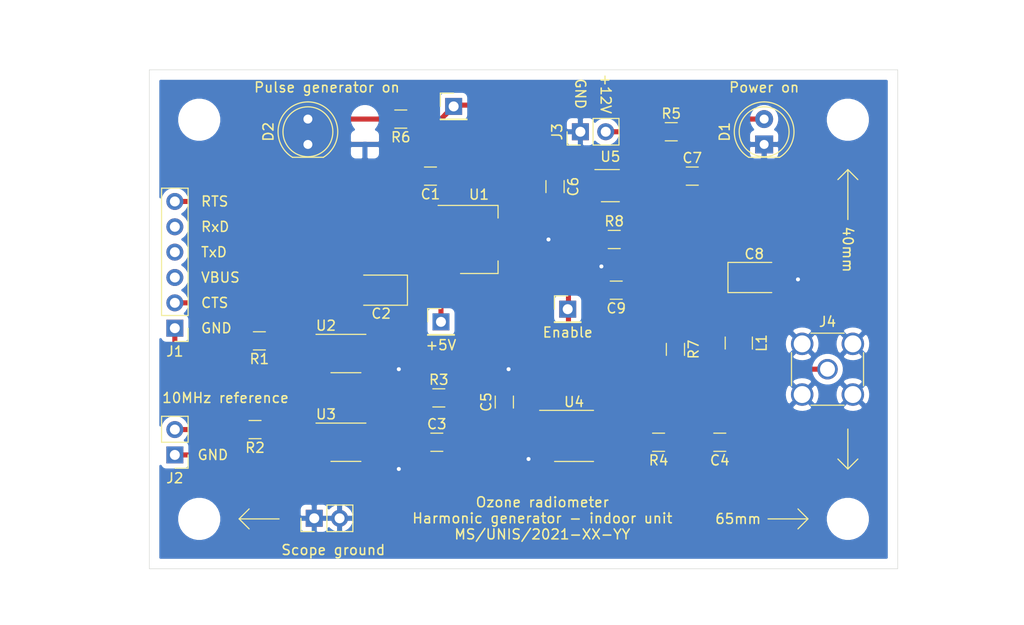
<source format=kicad_pcb>
(kicad_pcb (version 20171130) (host pcbnew "(5.1.5)-3")

  (general
    (thickness 1.6)
    (drawings 34)
    (tracks 142)
    (zones 0)
    (modules 37)
    (nets 22)
  )

  (page A4)
  (layers
    (0 F.Cu signal)
    (31 B.Cu signal hide)
    (32 B.Adhes user)
    (33 F.Adhes user)
    (34 B.Paste user)
    (35 F.Paste user)
    (36 B.SilkS user)
    (37 F.SilkS user)
    (38 B.Mask user)
    (39 F.Mask user)
    (40 Dwgs.User user)
    (41 Cmts.User user)
    (42 Eco1.User user)
    (43 Eco2.User user)
    (44 Edge.Cuts user)
    (45 Margin user)
    (46 B.CrtYd user)
    (47 F.CrtYd user)
    (48 B.Fab user)
    (49 F.Fab user)
  )

  (setup
    (last_trace_width 0.508)
    (trace_clearance 0.2)
    (zone_clearance 0.508)
    (zone_45_only no)
    (trace_min 0.2)
    (via_size 0.8)
    (via_drill 0.4)
    (via_min_size 0.4)
    (via_min_drill 0.3)
    (uvia_size 0.3)
    (uvia_drill 0.1)
    (uvias_allowed no)
    (uvia_min_size 0.2)
    (uvia_min_drill 0.1)
    (edge_width 0.05)
    (segment_width 0.2)
    (pcb_text_width 0.3)
    (pcb_text_size 1.5 1.5)
    (mod_edge_width 0.12)
    (mod_text_size 1 1)
    (mod_text_width 0.15)
    (pad_size 1.524 1.524)
    (pad_drill 0.762)
    (pad_to_mask_clearance 0.051)
    (solder_mask_min_width 0.25)
    (aux_axis_origin 0 0)
    (visible_elements 7FFFFFFF)
    (pcbplotparams
      (layerselection 0x010f0_ffffffff)
      (usegerberextensions false)
      (usegerberattributes false)
      (usegerberadvancedattributes false)
      (creategerberjobfile false)
      (excludeedgelayer false)
      (linewidth 0.100000)
      (plotframeref false)
      (viasonmask false)
      (mode 1)
      (useauxorigin false)
      (hpglpennumber 1)
      (hpglpenspeed 20)
      (hpglpendiameter 15.000000)
      (psnegative false)
      (psa4output false)
      (plotreference false)
      (plotvalue false)
      (plotinvisibletext false)
      (padsonsilk false)
      (subtractmaskfromsilk false)
      (outputformat 1)
      (mirror false)
      (drillshape 0)
      (scaleselection 1)
      (outputdirectory "Gerbers/"))
  )

  (net 0 "")
  (net 1 GND)
  (net 2 PulseGen12V)
  (net 3 +5V)
  (net 4 "Net-(C3-Pad2)")
  (net 5 "Net-(C3-Pad1)")
  (net 6 "Net-(C4-Pad2)")
  (net 7 "Net-(C4-Pad1)")
  (net 8 "Net-(C5-Pad1)")
  (net 9 +12V)
  (net 10 "Net-(C9-Pad1)")
  (net 11 "Net-(D1-Pad2)")
  (net 12 "Net-(D2-Pad2)")
  (net 13 /USB_CTS)
  (net 14 /USB-GND)
  (net 15 "Net-(J2-Pad2)")
  (net 16 "Net-(J2-Pad1)")
  (net 17 "Net-(R1-Pad1)")
  (net 18 "Net-(R2-Pad1)")
  (net 19 "Net-(R4-Pad2)")
  (net 20 "Net-(R7-Pad1)")
  (net 21 ENABLE)

  (net_class Default "This is the default net class."
    (clearance 0.2)
    (trace_width 0.508)
    (via_dia 0.8)
    (via_drill 0.4)
    (uvia_dia 0.3)
    (uvia_drill 0.1)
    (add_net +12V)
    (add_net +5V)
    (add_net /USB-GND)
    (add_net /USB_CTS)
    (add_net ENABLE)
    (add_net GND)
    (add_net "Net-(C3-Pad1)")
    (add_net "Net-(C3-Pad2)")
    (add_net "Net-(C4-Pad1)")
    (add_net "Net-(C4-Pad2)")
    (add_net "Net-(C5-Pad1)")
    (add_net "Net-(C9-Pad1)")
    (add_net "Net-(D1-Pad2)")
    (add_net "Net-(D2-Pad2)")
    (add_net "Net-(J2-Pad1)")
    (add_net "Net-(J2-Pad2)")
    (add_net "Net-(R1-Pad1)")
    (add_net "Net-(R2-Pad1)")
    (add_net "Net-(R4-Pad2)")
    (add_net "Net-(R7-Pad1)")
    (add_net PulseGen12V)
  )

  (module Package_TO_SOT_SMD:SOT-23-6 (layer F.Cu) (tedit 5A02FF57) (tstamp 5FD6A8C8)
    (at 166.2 121.605)
    (descr "6-pin SOT-23 package")
    (tags SOT-23-6)
    (path /5FD72AC4)
    (attr smd)
    (fp_text reference U5 (at 0 -2.9) (layer F.SilkS)
      (effects (font (size 1 1) (thickness 0.15)))
    )
    (fp_text value TPS22810 (at 0 2.9) (layer F.Fab)
      (effects (font (size 1 1) (thickness 0.15)))
    )
    (fp_line (start 0.9 -1.55) (end 0.9 1.55) (layer F.Fab) (width 0.1))
    (fp_line (start 0.9 1.55) (end -0.9 1.55) (layer F.Fab) (width 0.1))
    (fp_line (start -0.9 -0.9) (end -0.9 1.55) (layer F.Fab) (width 0.1))
    (fp_line (start 0.9 -1.55) (end -0.25 -1.55) (layer F.Fab) (width 0.1))
    (fp_line (start -0.9 -0.9) (end -0.25 -1.55) (layer F.Fab) (width 0.1))
    (fp_line (start -1.9 -1.8) (end -1.9 1.8) (layer F.CrtYd) (width 0.05))
    (fp_line (start -1.9 1.8) (end 1.9 1.8) (layer F.CrtYd) (width 0.05))
    (fp_line (start 1.9 1.8) (end 1.9 -1.8) (layer F.CrtYd) (width 0.05))
    (fp_line (start 1.9 -1.8) (end -1.9 -1.8) (layer F.CrtYd) (width 0.05))
    (fp_line (start 0.9 -1.61) (end -1.55 -1.61) (layer F.SilkS) (width 0.12))
    (fp_line (start -0.9 1.61) (end 0.9 1.61) (layer F.SilkS) (width 0.12))
    (fp_text user %R (at 0 0 90) (layer F.Fab)
      (effects (font (size 0.5 0.5) (thickness 0.075)))
    )
    (pad 5 smd rect (at 1.1 0) (size 1.06 0.65) (layers F.Cu F.Paste F.Mask)
      (net 20 "Net-(R7-Pad1)"))
    (pad 6 smd rect (at 1.1 -0.95) (size 1.06 0.65) (layers F.Cu F.Paste F.Mask)
      (net 2 PulseGen12V))
    (pad 4 smd rect (at 1.1 0.95) (size 1.06 0.65) (layers F.Cu F.Paste F.Mask)
      (net 10 "Net-(C9-Pad1)"))
    (pad 3 smd rect (at -1.1 0.95) (size 1.06 0.65) (layers F.Cu F.Paste F.Mask)
      (net 21 ENABLE))
    (pad 2 smd rect (at -1.1 0) (size 1.06 0.65) (layers F.Cu F.Paste F.Mask)
      (net 1 GND))
    (pad 1 smd rect (at -1.1 -0.95) (size 1.06 0.65) (layers F.Cu F.Paste F.Mask)
      (net 9 +12V))
    (model ${KISYS3DMOD}/Package_TO_SOT_SMD.3dshapes/SOT-23-6.wrl
      (at (xyz 0 0 0))
      (scale (xyz 1 1 1))
      (rotate (xyz 0 0 0))
    )
  )

  (module Package_SO:SOIC-8_3.9x4.9mm_P1.27mm (layer F.Cu) (tedit 5D9F72B1) (tstamp 5FD6A8B2)
    (at 162.56 146.685)
    (descr "SOIC, 8 Pin (JEDEC MS-012AA, https://www.analog.com/media/en/package-pcb-resources/package/pkg_pdf/soic_narrow-r/r_8.pdf), generated with kicad-footprint-generator ipc_gullwing_generator.py")
    (tags "SOIC SO")
    (path /5FD8F817)
    (attr smd)
    (fp_text reference U4 (at 0 -3.4) (layer F.SilkS)
      (effects (font (size 1 1) (thickness 0.15)))
    )
    (fp_text value OPA692 (at 0 3.4) (layer F.Fab)
      (effects (font (size 1 1) (thickness 0.15)))
    )
    (fp_text user %R (at 0 0) (layer F.Fab)
      (effects (font (size 0.98 0.98) (thickness 0.15)))
    )
    (fp_line (start 3.7 -2.7) (end -3.7 -2.7) (layer F.CrtYd) (width 0.05))
    (fp_line (start 3.7 2.7) (end 3.7 -2.7) (layer F.CrtYd) (width 0.05))
    (fp_line (start -3.7 2.7) (end 3.7 2.7) (layer F.CrtYd) (width 0.05))
    (fp_line (start -3.7 -2.7) (end -3.7 2.7) (layer F.CrtYd) (width 0.05))
    (fp_line (start -1.95 -1.475) (end -0.975 -2.45) (layer F.Fab) (width 0.1))
    (fp_line (start -1.95 2.45) (end -1.95 -1.475) (layer F.Fab) (width 0.1))
    (fp_line (start 1.95 2.45) (end -1.95 2.45) (layer F.Fab) (width 0.1))
    (fp_line (start 1.95 -2.45) (end 1.95 2.45) (layer F.Fab) (width 0.1))
    (fp_line (start -0.975 -2.45) (end 1.95 -2.45) (layer F.Fab) (width 0.1))
    (fp_line (start 0 -2.56) (end -3.45 -2.56) (layer F.SilkS) (width 0.12))
    (fp_line (start 0 -2.56) (end 1.95 -2.56) (layer F.SilkS) (width 0.12))
    (fp_line (start 0 2.56) (end -1.95 2.56) (layer F.SilkS) (width 0.12))
    (fp_line (start 0 2.56) (end 1.95 2.56) (layer F.SilkS) (width 0.12))
    (pad 8 smd roundrect (at 2.475 -1.905) (size 1.95 0.6) (layers F.Cu F.Paste F.Mask) (roundrect_rratio 0.25))
    (pad 7 smd roundrect (at 2.475 -0.635) (size 1.95 0.6) (layers F.Cu F.Paste F.Mask) (roundrect_rratio 0.25)
      (net 2 PulseGen12V))
    (pad 6 smd roundrect (at 2.475 0.635) (size 1.95 0.6) (layers F.Cu F.Paste F.Mask) (roundrect_rratio 0.25)
      (net 19 "Net-(R4-Pad2)"))
    (pad 5 smd roundrect (at 2.475 1.905) (size 1.95 0.6) (layers F.Cu F.Paste F.Mask) (roundrect_rratio 0.25))
    (pad 4 smd roundrect (at -2.475 1.905) (size 1.95 0.6) (layers F.Cu F.Paste F.Mask) (roundrect_rratio 0.25)
      (net 1 GND))
    (pad 3 smd roundrect (at -2.475 0.635) (size 1.95 0.6) (layers F.Cu F.Paste F.Mask) (roundrect_rratio 0.25)
      (net 4 "Net-(C3-Pad2)"))
    (pad 2 smd roundrect (at -2.475 -0.635) (size 1.95 0.6) (layers F.Cu F.Paste F.Mask) (roundrect_rratio 0.25)
      (net 8 "Net-(C5-Pad1)"))
    (pad 1 smd roundrect (at -2.475 -1.905) (size 1.95 0.6) (layers F.Cu F.Paste F.Mask) (roundrect_rratio 0.25))
    (model ${KISYS3DMOD}/Package_SO.3dshapes/SOIC-8_3.9x4.9mm_P1.27mm.wrl
      (at (xyz 0 0 0))
      (scale (xyz 1 1 1))
      (rotate (xyz 0 0 0))
    )
  )

  (module Package_SO:MFSOP6-5_4.4x3.6mm_P1.27mm (layer F.Cu) (tedit 5A02F25C) (tstamp 5FD6B325)
    (at 139.7 147.32)
    (descr https://toshiba.semicon-storage.com/ap-en/design-support/package/detail.5pin%20MFSOP6.html)
    (tags "MFSOP 4 pin SMD")
    (path /5FD6BD82)
    (attr smd)
    (fp_text reference U3 (at -2 -2.8) (layer F.SilkS)
      (effects (font (size 1 1) (thickness 0.15)))
    )
    (fp_text value TLX9310 (at 0 2.921) (layer F.Fab)
      (effects (font (size 1 1) (thickness 0.15)))
    )
    (fp_line (start 4 2.05) (end -4 2.05) (layer F.CrtYd) (width 0.05))
    (fp_line (start 4 2.05) (end 4 -2.05) (layer F.CrtYd) (width 0.05))
    (fp_line (start -4 -2.05) (end -4 2.05) (layer F.CrtYd) (width 0.05))
    (fp_line (start -4 -2.05) (end 4 -2.05) (layer F.CrtYd) (width 0.05))
    (fp_line (start -2.2 -0.8) (end -2.2 1.8) (layer F.Fab) (width 0.12))
    (fp_line (start -1.2 -1.8) (end -2.2 -0.8) (layer F.Fab) (width 0.12))
    (fp_line (start 2.2 -1.8) (end -1.2 -1.8) (layer F.Fab) (width 0.12))
    (fp_line (start 2.2 1.8) (end 2.2 -1.8) (layer F.Fab) (width 0.12))
    (fp_line (start -2.2 1.8) (end 2.2 1.8) (layer F.Fab) (width 0.12))
    (fp_line (start -3 -1.92) (end 2 -1.92) (layer F.SilkS) (width 0.12))
    (fp_line (start 1.5 1.92) (end -1.5 1.92) (layer F.SilkS) (width 0.12))
    (fp_text user %R (at 0 0) (layer F.Fab)
      (effects (font (size 0.75 0.75) (thickness 0.15)))
    )
    (pad 5 smd rect (at 3.15 0) (size 1.2 0.8) (layers F.Cu F.Paste F.Mask)
      (net 5 "Net-(C3-Pad1)"))
    (pad 1 smd rect (at -3.15 -1.27) (size 1.2 0.8) (layers F.Cu F.Paste F.Mask)
      (net 18 "Net-(R2-Pad1)"))
    (pad 4 smd rect (at 3.15 1.27) (size 1.2 0.8) (layers F.Cu F.Paste F.Mask)
      (net 1 GND))
    (pad 3 smd rect (at -3.15 1.27) (size 1.2 0.8) (layers F.Cu F.Paste F.Mask)
      (net 16 "Net-(J2-Pad1)"))
    (pad 6 smd rect (at 3.15 -1.27) (size 1.2 0.8) (layers F.Cu F.Paste F.Mask)
      (net 3 +5V))
    (model ${KISYS3DMOD}/Package_SO.3dshapes/MFSOP6-5_4.4x3.6mm_P1.27mm.wrl
      (at (xyz 0 0 0))
      (scale (xyz 1 1 1))
      (rotate (xyz 0 0 0))
    )
  )

  (module Package_SO:MFSOP6-5_4.4x3.6mm_P1.27mm (layer F.Cu) (tedit 5A02F25C) (tstamp 5FD6A883)
    (at 139.7 138.43)
    (descr https://toshiba.semicon-storage.com/ap-en/design-support/package/detail.5pin%20MFSOP6.html)
    (tags "MFSOP 4 pin SMD")
    (path /5FD64745)
    (attr smd)
    (fp_text reference U2 (at -2 -2.8) (layer F.SilkS)
      (effects (font (size 1 1) (thickness 0.15)))
    )
    (fp_text value TLX9310 (at 0 2.921) (layer F.Fab)
      (effects (font (size 1 1) (thickness 0.15)))
    )
    (fp_line (start 4 2.05) (end -4 2.05) (layer F.CrtYd) (width 0.05))
    (fp_line (start 4 2.05) (end 4 -2.05) (layer F.CrtYd) (width 0.05))
    (fp_line (start -4 -2.05) (end -4 2.05) (layer F.CrtYd) (width 0.05))
    (fp_line (start -4 -2.05) (end 4 -2.05) (layer F.CrtYd) (width 0.05))
    (fp_line (start -2.2 -0.8) (end -2.2 1.8) (layer F.Fab) (width 0.12))
    (fp_line (start -1.2 -1.8) (end -2.2 -0.8) (layer F.Fab) (width 0.12))
    (fp_line (start 2.2 -1.8) (end -1.2 -1.8) (layer F.Fab) (width 0.12))
    (fp_line (start 2.2 1.8) (end 2.2 -1.8) (layer F.Fab) (width 0.12))
    (fp_line (start -2.2 1.8) (end 2.2 1.8) (layer F.Fab) (width 0.12))
    (fp_line (start -3 -1.92) (end 2 -1.92) (layer F.SilkS) (width 0.12))
    (fp_line (start 1.5 1.92) (end -1.5 1.92) (layer F.SilkS) (width 0.12))
    (fp_text user %R (at 0 0) (layer F.Fab)
      (effects (font (size 0.75 0.75) (thickness 0.15)))
    )
    (pad 5 smd rect (at 3.15 0) (size 1.2 0.8) (layers F.Cu F.Paste F.Mask)
      (net 21 ENABLE))
    (pad 1 smd rect (at -3.15 -1.27) (size 1.2 0.8) (layers F.Cu F.Paste F.Mask)
      (net 17 "Net-(R1-Pad1)"))
    (pad 4 smd rect (at 3.15 1.27) (size 1.2 0.8) (layers F.Cu F.Paste F.Mask)
      (net 1 GND))
    (pad 3 smd rect (at -3.15 1.27) (size 1.2 0.8) (layers F.Cu F.Paste F.Mask)
      (net 14 /USB-GND))
    (pad 6 smd rect (at 3.15 -1.27) (size 1.2 0.8) (layers F.Cu F.Paste F.Mask)
      (net 3 +5V))
    (model ${KISYS3DMOD}/Package_SO.3dshapes/MFSOP6-5_4.4x3.6mm_P1.27mm.wrl
      (at (xyz 0 0 0))
      (scale (xyz 1 1 1))
      (rotate (xyz 0 0 0))
    )
  )

  (module Package_TO_SOT_SMD:SOT-223-3_TabPin2 (layer F.Cu) (tedit 5A02FF57) (tstamp 5FD6A86E)
    (at 153.035 127)
    (descr "module CMS SOT223 4 pins")
    (tags "CMS SOT")
    (path /5FD77CB7)
    (attr smd)
    (fp_text reference U1 (at 0 -4.5) (layer F.SilkS)
      (effects (font (size 1 1) (thickness 0.15)))
    )
    (fp_text value LM2940 (at 0 4.5) (layer F.Fab)
      (effects (font (size 1 1) (thickness 0.15)))
    )
    (fp_line (start 1.85 -3.35) (end 1.85 3.35) (layer F.Fab) (width 0.1))
    (fp_line (start -1.85 3.35) (end 1.85 3.35) (layer F.Fab) (width 0.1))
    (fp_line (start -4.1 -3.41) (end 1.91 -3.41) (layer F.SilkS) (width 0.12))
    (fp_line (start -0.85 -3.35) (end 1.85 -3.35) (layer F.Fab) (width 0.1))
    (fp_line (start -1.85 3.41) (end 1.91 3.41) (layer F.SilkS) (width 0.12))
    (fp_line (start -1.85 -2.35) (end -1.85 3.35) (layer F.Fab) (width 0.1))
    (fp_line (start -1.85 -2.35) (end -0.85 -3.35) (layer F.Fab) (width 0.1))
    (fp_line (start -4.4 -3.6) (end -4.4 3.6) (layer F.CrtYd) (width 0.05))
    (fp_line (start -4.4 3.6) (end 4.4 3.6) (layer F.CrtYd) (width 0.05))
    (fp_line (start 4.4 3.6) (end 4.4 -3.6) (layer F.CrtYd) (width 0.05))
    (fp_line (start 4.4 -3.6) (end -4.4 -3.6) (layer F.CrtYd) (width 0.05))
    (fp_line (start 1.91 -3.41) (end 1.91 -2.15) (layer F.SilkS) (width 0.12))
    (fp_line (start 1.91 3.41) (end 1.91 2.15) (layer F.SilkS) (width 0.12))
    (fp_text user %R (at 0 0 90) (layer F.Fab)
      (effects (font (size 0.8 0.8) (thickness 0.12)))
    )
    (pad 1 smd rect (at -3.15 -2.3) (size 2 1.5) (layers F.Cu F.Paste F.Mask)
      (net 9 +12V))
    (pad 3 smd rect (at -3.15 2.3) (size 2 1.5) (layers F.Cu F.Paste F.Mask)
      (net 3 +5V))
    (pad 2 smd rect (at -3.15 0) (size 2 1.5) (layers F.Cu F.Paste F.Mask)
      (net 1 GND))
    (pad 2 smd rect (at 3.15 0) (size 2 3.8) (layers F.Cu F.Paste F.Mask)
      (net 1 GND))
    (model ${KISYS3DMOD}/Package_TO_SOT_SMD.3dshapes/SOT-223.wrl
      (at (xyz 0 0 0))
      (scale (xyz 1 1 1))
      (rotate (xyz 0 0 0))
    )
  )

  (module Resistor_SMD:R_1206_3216Metric_Pad1.42x1.75mm_HandSolder (layer F.Cu) (tedit 5B301BBD) (tstamp 5FD6A858)
    (at 166.5875 127)
    (descr "Resistor SMD 1206 (3216 Metric), square (rectangular) end terminal, IPC_7351 nominal with elongated pad for handsoldering. (Body size source: http://www.tortai-tech.com/upload/download/2011102023233369053.pdf), generated with kicad-footprint-generator")
    (tags "resistor handsolder")
    (path /5FD742A2)
    (attr smd)
    (fp_text reference R8 (at 0 -1.82) (layer F.SilkS)
      (effects (font (size 1 1) (thickness 0.15)))
    )
    (fp_text value R (at 0 1.82) (layer F.Fab)
      (effects (font (size 1 1) (thickness 0.15)))
    )
    (fp_text user %R (at 0 0) (layer F.Fab)
      (effects (font (size 0.8 0.8) (thickness 0.12)))
    )
    (fp_line (start 2.45 1.12) (end -2.45 1.12) (layer F.CrtYd) (width 0.05))
    (fp_line (start 2.45 -1.12) (end 2.45 1.12) (layer F.CrtYd) (width 0.05))
    (fp_line (start -2.45 -1.12) (end 2.45 -1.12) (layer F.CrtYd) (width 0.05))
    (fp_line (start -2.45 1.12) (end -2.45 -1.12) (layer F.CrtYd) (width 0.05))
    (fp_line (start -0.602064 0.91) (end 0.602064 0.91) (layer F.SilkS) (width 0.12))
    (fp_line (start -0.602064 -0.91) (end 0.602064 -0.91) (layer F.SilkS) (width 0.12))
    (fp_line (start 1.6 0.8) (end -1.6 0.8) (layer F.Fab) (width 0.1))
    (fp_line (start 1.6 -0.8) (end 1.6 0.8) (layer F.Fab) (width 0.1))
    (fp_line (start -1.6 -0.8) (end 1.6 -0.8) (layer F.Fab) (width 0.1))
    (fp_line (start -1.6 0.8) (end -1.6 -0.8) (layer F.Fab) (width 0.1))
    (pad 2 smd roundrect (at 1.4875 0) (size 1.425 1.75) (layers F.Cu F.Paste F.Mask) (roundrect_rratio 0.175439)
      (net 1 GND))
    (pad 1 smd roundrect (at -1.4875 0) (size 1.425 1.75) (layers F.Cu F.Paste F.Mask) (roundrect_rratio 0.175439)
      (net 21 ENABLE))
    (model ${KISYS3DMOD}/Resistor_SMD.3dshapes/R_1206_3216Metric.wrl
      (at (xyz 0 0 0))
      (scale (xyz 1 1 1))
      (rotate (xyz 0 0 0))
    )
  )

  (module Resistor_SMD:R_1206_3216Metric_Pad1.42x1.75mm_HandSolder (layer F.Cu) (tedit 5B301BBD) (tstamp 5FD6A847)
    (at 172.72 138.0125 270)
    (descr "Resistor SMD 1206 (3216 Metric), square (rectangular) end terminal, IPC_7351 nominal with elongated pad for handsoldering. (Body size source: http://www.tortai-tech.com/upload/download/2011102023233369053.pdf), generated with kicad-footprint-generator")
    (tags "resistor handsolder")
    (path /5FD77536)
    (attr smd)
    (fp_text reference R7 (at 0 -1.82 90) (layer F.SilkS)
      (effects (font (size 1 1) (thickness 0.15)))
    )
    (fp_text value R (at 0 1.82 90) (layer F.Fab)
      (effects (font (size 1 1) (thickness 0.15)))
    )
    (fp_text user %R (at 0 0 90) (layer F.Fab)
      (effects (font (size 0.8 0.8) (thickness 0.12)))
    )
    (fp_line (start 2.45 1.12) (end -2.45 1.12) (layer F.CrtYd) (width 0.05))
    (fp_line (start 2.45 -1.12) (end 2.45 1.12) (layer F.CrtYd) (width 0.05))
    (fp_line (start -2.45 -1.12) (end 2.45 -1.12) (layer F.CrtYd) (width 0.05))
    (fp_line (start -2.45 1.12) (end -2.45 -1.12) (layer F.CrtYd) (width 0.05))
    (fp_line (start -0.602064 0.91) (end 0.602064 0.91) (layer F.SilkS) (width 0.12))
    (fp_line (start -0.602064 -0.91) (end 0.602064 -0.91) (layer F.SilkS) (width 0.12))
    (fp_line (start 1.6 0.8) (end -1.6 0.8) (layer F.Fab) (width 0.1))
    (fp_line (start 1.6 -0.8) (end 1.6 0.8) (layer F.Fab) (width 0.1))
    (fp_line (start -1.6 -0.8) (end 1.6 -0.8) (layer F.Fab) (width 0.1))
    (fp_line (start -1.6 0.8) (end -1.6 -0.8) (layer F.Fab) (width 0.1))
    (pad 2 smd roundrect (at 1.4875 0 270) (size 1.425 1.75) (layers F.Cu F.Paste F.Mask) (roundrect_rratio 0.175439)
      (net 2 PulseGen12V))
    (pad 1 smd roundrect (at -1.4875 0 270) (size 1.425 1.75) (layers F.Cu F.Paste F.Mask) (roundrect_rratio 0.175439)
      (net 20 "Net-(R7-Pad1)"))
    (model ${KISYS3DMOD}/Resistor_SMD.3dshapes/R_1206_3216Metric.wrl
      (at (xyz 0 0 0))
      (scale (xyz 1 1 1))
      (rotate (xyz 0 0 0))
    )
  )

  (module Resistor_SMD:R_1206_3216Metric_Pad1.42x1.75mm_HandSolder (layer F.Cu) (tedit 5B301BBD) (tstamp 5FF459F9)
    (at 145.1975 114.935 180)
    (descr "Resistor SMD 1206 (3216 Metric), square (rectangular) end terminal, IPC_7351 nominal with elongated pad for handsoldering. (Body size source: http://www.tortai-tech.com/upload/download/2011102023233369053.pdf), generated with kicad-footprint-generator")
    (tags "resistor handsolder")
    (path /5FD6A305)
    (attr smd)
    (fp_text reference R6 (at 0 -1.82) (layer F.SilkS)
      (effects (font (size 1 1) (thickness 0.15)))
    )
    (fp_text value 1k (at 0 1.82) (layer F.Fab)
      (effects (font (size 1 1) (thickness 0.15)))
    )
    (fp_text user %R (at 0 0) (layer F.Fab)
      (effects (font (size 0.8 0.8) (thickness 0.12)))
    )
    (fp_line (start 2.45 1.12) (end -2.45 1.12) (layer F.CrtYd) (width 0.05))
    (fp_line (start 2.45 -1.12) (end 2.45 1.12) (layer F.CrtYd) (width 0.05))
    (fp_line (start -2.45 -1.12) (end 2.45 -1.12) (layer F.CrtYd) (width 0.05))
    (fp_line (start -2.45 1.12) (end -2.45 -1.12) (layer F.CrtYd) (width 0.05))
    (fp_line (start -0.602064 0.91) (end 0.602064 0.91) (layer F.SilkS) (width 0.12))
    (fp_line (start -0.602064 -0.91) (end 0.602064 -0.91) (layer F.SilkS) (width 0.12))
    (fp_line (start 1.6 0.8) (end -1.6 0.8) (layer F.Fab) (width 0.1))
    (fp_line (start 1.6 -0.8) (end 1.6 0.8) (layer F.Fab) (width 0.1))
    (fp_line (start -1.6 -0.8) (end 1.6 -0.8) (layer F.Fab) (width 0.1))
    (fp_line (start -1.6 0.8) (end -1.6 -0.8) (layer F.Fab) (width 0.1))
    (pad 2 smd roundrect (at 1.4875 0 180) (size 1.425 1.75) (layers F.Cu F.Paste F.Mask) (roundrect_rratio 0.175439)
      (net 12 "Net-(D2-Pad2)"))
    (pad 1 smd roundrect (at -1.4875 0 180) (size 1.425 1.75) (layers F.Cu F.Paste F.Mask) (roundrect_rratio 0.175439)
      (net 2 PulseGen12V))
    (model ${KISYS3DMOD}/Resistor_SMD.3dshapes/R_1206_3216Metric.wrl
      (at (xyz 0 0 0))
      (scale (xyz 1 1 1))
      (rotate (xyz 0 0 0))
    )
  )

  (module Resistor_SMD:R_1206_3216Metric_Pad1.42x1.75mm_HandSolder (layer F.Cu) (tedit 5B301BBD) (tstamp 5FD6A825)
    (at 172.3025 116.205)
    (descr "Resistor SMD 1206 (3216 Metric), square (rectangular) end terminal, IPC_7351 nominal with elongated pad for handsoldering. (Body size source: http://www.tortai-tech.com/upload/download/2011102023233369053.pdf), generated with kicad-footprint-generator")
    (tags "resistor handsolder")
    (path /5FD69D36)
    (attr smd)
    (fp_text reference R5 (at 0 -1.82) (layer F.SilkS)
      (effects (font (size 1 1) (thickness 0.15)))
    )
    (fp_text value 1k (at 0 1.82) (layer F.Fab)
      (effects (font (size 1 1) (thickness 0.15)))
    )
    (fp_text user %R (at 0 0) (layer F.Fab)
      (effects (font (size 0.8 0.8) (thickness 0.12)))
    )
    (fp_line (start 2.45 1.12) (end -2.45 1.12) (layer F.CrtYd) (width 0.05))
    (fp_line (start 2.45 -1.12) (end 2.45 1.12) (layer F.CrtYd) (width 0.05))
    (fp_line (start -2.45 -1.12) (end 2.45 -1.12) (layer F.CrtYd) (width 0.05))
    (fp_line (start -2.45 1.12) (end -2.45 -1.12) (layer F.CrtYd) (width 0.05))
    (fp_line (start -0.602064 0.91) (end 0.602064 0.91) (layer F.SilkS) (width 0.12))
    (fp_line (start -0.602064 -0.91) (end 0.602064 -0.91) (layer F.SilkS) (width 0.12))
    (fp_line (start 1.6 0.8) (end -1.6 0.8) (layer F.Fab) (width 0.1))
    (fp_line (start 1.6 -0.8) (end 1.6 0.8) (layer F.Fab) (width 0.1))
    (fp_line (start -1.6 -0.8) (end 1.6 -0.8) (layer F.Fab) (width 0.1))
    (fp_line (start -1.6 0.8) (end -1.6 -0.8) (layer F.Fab) (width 0.1))
    (pad 2 smd roundrect (at 1.4875 0) (size 1.425 1.75) (layers F.Cu F.Paste F.Mask) (roundrect_rratio 0.175439)
      (net 11 "Net-(D1-Pad2)"))
    (pad 1 smd roundrect (at -1.4875 0) (size 1.425 1.75) (layers F.Cu F.Paste F.Mask) (roundrect_rratio 0.175439)
      (net 9 +12V))
    (model ${KISYS3DMOD}/Resistor_SMD.3dshapes/R_1206_3216Metric.wrl
      (at (xyz 0 0 0))
      (scale (xyz 1 1 1))
      (rotate (xyz 0 0 0))
    )
  )

  (module Resistor_SMD:R_1206_3216Metric_Pad1.42x1.75mm_HandSolder (layer F.Cu) (tedit 5B301BBD) (tstamp 5FD6A814)
    (at 171.0325 147.32 180)
    (descr "Resistor SMD 1206 (3216 Metric), square (rectangular) end terminal, IPC_7351 nominal with elongated pad for handsoldering. (Body size source: http://www.tortai-tech.com/upload/download/2011102023233369053.pdf), generated with kicad-footprint-generator")
    (tags "resistor handsolder")
    (path /5FD91C02)
    (attr smd)
    (fp_text reference R4 (at 0 -1.82) (layer F.SilkS)
      (effects (font (size 1 1) (thickness 0.15)))
    )
    (fp_text value 50 (at 0 1.82) (layer F.Fab)
      (effects (font (size 1 1) (thickness 0.15)))
    )
    (fp_text user %R (at 0 0) (layer F.Fab)
      (effects (font (size 0.8 0.8) (thickness 0.12)))
    )
    (fp_line (start 2.45 1.12) (end -2.45 1.12) (layer F.CrtYd) (width 0.05))
    (fp_line (start 2.45 -1.12) (end 2.45 1.12) (layer F.CrtYd) (width 0.05))
    (fp_line (start -2.45 -1.12) (end 2.45 -1.12) (layer F.CrtYd) (width 0.05))
    (fp_line (start -2.45 1.12) (end -2.45 -1.12) (layer F.CrtYd) (width 0.05))
    (fp_line (start -0.602064 0.91) (end 0.602064 0.91) (layer F.SilkS) (width 0.12))
    (fp_line (start -0.602064 -0.91) (end 0.602064 -0.91) (layer F.SilkS) (width 0.12))
    (fp_line (start 1.6 0.8) (end -1.6 0.8) (layer F.Fab) (width 0.1))
    (fp_line (start 1.6 -0.8) (end 1.6 0.8) (layer F.Fab) (width 0.1))
    (fp_line (start -1.6 -0.8) (end 1.6 -0.8) (layer F.Fab) (width 0.1))
    (fp_line (start -1.6 0.8) (end -1.6 -0.8) (layer F.Fab) (width 0.1))
    (pad 2 smd roundrect (at 1.4875 0 180) (size 1.425 1.75) (layers F.Cu F.Paste F.Mask) (roundrect_rratio 0.175439)
      (net 19 "Net-(R4-Pad2)"))
    (pad 1 smd roundrect (at -1.4875 0 180) (size 1.425 1.75) (layers F.Cu F.Paste F.Mask) (roundrect_rratio 0.175439)
      (net 6 "Net-(C4-Pad2)"))
    (model ${KISYS3DMOD}/Resistor_SMD.3dshapes/R_1206_3216Metric.wrl
      (at (xyz 0 0 0))
      (scale (xyz 1 1 1))
      (rotate (xyz 0 0 0))
    )
  )

  (module Resistor_SMD:R_1206_3216Metric_Pad1.42x1.75mm_HandSolder (layer F.Cu) (tedit 5B301BBD) (tstamp 5FD6A803)
    (at 149.0075 142.875)
    (descr "Resistor SMD 1206 (3216 Metric), square (rectangular) end terminal, IPC_7351 nominal with elongated pad for handsoldering. (Body size source: http://www.tortai-tech.com/upload/download/2011102023233369053.pdf), generated with kicad-footprint-generator")
    (tags "resistor handsolder")
    (path /5FDA8E44)
    (attr smd)
    (fp_text reference R3 (at 0 -1.82) (layer F.SilkS)
      (effects (font (size 1 1) (thickness 0.15)))
    )
    (fp_text value 10k (at 0 1.82) (layer F.Fab)
      (effects (font (size 1 1) (thickness 0.15)))
    )
    (fp_text user %R (at 0 0) (layer F.Fab)
      (effects (font (size 0.8 0.8) (thickness 0.12)))
    )
    (fp_line (start 2.45 1.12) (end -2.45 1.12) (layer F.CrtYd) (width 0.05))
    (fp_line (start 2.45 -1.12) (end 2.45 1.12) (layer F.CrtYd) (width 0.05))
    (fp_line (start -2.45 -1.12) (end 2.45 -1.12) (layer F.CrtYd) (width 0.05))
    (fp_line (start -2.45 1.12) (end -2.45 -1.12) (layer F.CrtYd) (width 0.05))
    (fp_line (start -0.602064 0.91) (end 0.602064 0.91) (layer F.SilkS) (width 0.12))
    (fp_line (start -0.602064 -0.91) (end 0.602064 -0.91) (layer F.SilkS) (width 0.12))
    (fp_line (start 1.6 0.8) (end -1.6 0.8) (layer F.Fab) (width 0.1))
    (fp_line (start 1.6 -0.8) (end 1.6 0.8) (layer F.Fab) (width 0.1))
    (fp_line (start -1.6 -0.8) (end 1.6 -0.8) (layer F.Fab) (width 0.1))
    (fp_line (start -1.6 0.8) (end -1.6 -0.8) (layer F.Fab) (width 0.1))
    (pad 2 smd roundrect (at 1.4875 0) (size 1.425 1.75) (layers F.Cu F.Paste F.Mask) (roundrect_rratio 0.175439)
      (net 4 "Net-(C3-Pad2)"))
    (pad 1 smd roundrect (at -1.4875 0) (size 1.425 1.75) (layers F.Cu F.Paste F.Mask) (roundrect_rratio 0.175439)
      (net 3 +5V))
    (model ${KISYS3DMOD}/Resistor_SMD.3dshapes/R_1206_3216Metric.wrl
      (at (xyz 0 0 0))
      (scale (xyz 1 1 1))
      (rotate (xyz 0 0 0))
    )
  )

  (module Resistor_SMD:R_1206_3216Metric_Pad1.42x1.75mm_HandSolder (layer F.Cu) (tedit 5B301BBD) (tstamp 5FD6A7F2)
    (at 130.5925 146.05 180)
    (descr "Resistor SMD 1206 (3216 Metric), square (rectangular) end terminal, IPC_7351 nominal with elongated pad for handsoldering. (Body size source: http://www.tortai-tech.com/upload/download/2011102023233369053.pdf), generated with kicad-footprint-generator")
    (tags "resistor handsolder")
    (path /5FD6BD8C)
    (attr smd)
    (fp_text reference R2 (at 0 -1.82) (layer F.SilkS)
      (effects (font (size 1 1) (thickness 0.15)))
    )
    (fp_text value 510 (at 0 1.82) (layer F.Fab)
      (effects (font (size 1 1) (thickness 0.15)))
    )
    (fp_text user %R (at 0 0) (layer F.Fab)
      (effects (font (size 0.8 0.8) (thickness 0.12)))
    )
    (fp_line (start 2.45 1.12) (end -2.45 1.12) (layer F.CrtYd) (width 0.05))
    (fp_line (start 2.45 -1.12) (end 2.45 1.12) (layer F.CrtYd) (width 0.05))
    (fp_line (start -2.45 -1.12) (end 2.45 -1.12) (layer F.CrtYd) (width 0.05))
    (fp_line (start -2.45 1.12) (end -2.45 -1.12) (layer F.CrtYd) (width 0.05))
    (fp_line (start -0.602064 0.91) (end 0.602064 0.91) (layer F.SilkS) (width 0.12))
    (fp_line (start -0.602064 -0.91) (end 0.602064 -0.91) (layer F.SilkS) (width 0.12))
    (fp_line (start 1.6 0.8) (end -1.6 0.8) (layer F.Fab) (width 0.1))
    (fp_line (start 1.6 -0.8) (end 1.6 0.8) (layer F.Fab) (width 0.1))
    (fp_line (start -1.6 -0.8) (end 1.6 -0.8) (layer F.Fab) (width 0.1))
    (fp_line (start -1.6 0.8) (end -1.6 -0.8) (layer F.Fab) (width 0.1))
    (pad 2 smd roundrect (at 1.4875 0 180) (size 1.425 1.75) (layers F.Cu F.Paste F.Mask) (roundrect_rratio 0.175439)
      (net 15 "Net-(J2-Pad2)"))
    (pad 1 smd roundrect (at -1.4875 0 180) (size 1.425 1.75) (layers F.Cu F.Paste F.Mask) (roundrect_rratio 0.175439)
      (net 18 "Net-(R2-Pad1)"))
    (model ${KISYS3DMOD}/Resistor_SMD.3dshapes/R_1206_3216Metric.wrl
      (at (xyz 0 0 0))
      (scale (xyz 1 1 1))
      (rotate (xyz 0 0 0))
    )
  )

  (module Resistor_SMD:R_1206_3216Metric_Pad1.42x1.75mm_HandSolder (layer F.Cu) (tedit 5B301BBD) (tstamp 5FD6B223)
    (at 131.0275 137.16 180)
    (descr "Resistor SMD 1206 (3216 Metric), square (rectangular) end terminal, IPC_7351 nominal with elongated pad for handsoldering. (Body size source: http://www.tortai-tech.com/upload/download/2011102023233369053.pdf), generated with kicad-footprint-generator")
    (tags "resistor handsolder")
    (path /5FD68DD9)
    (attr smd)
    (fp_text reference R1 (at 0 -1.82) (layer F.SilkS)
      (effects (font (size 1 1) (thickness 0.15)))
    )
    (fp_text value 510 (at 0 1.82) (layer F.Fab)
      (effects (font (size 1 1) (thickness 0.15)))
    )
    (fp_text user %R (at 0 0) (layer F.Fab)
      (effects (font (size 0.8 0.8) (thickness 0.12)))
    )
    (fp_line (start 2.45 1.12) (end -2.45 1.12) (layer F.CrtYd) (width 0.05))
    (fp_line (start 2.45 -1.12) (end 2.45 1.12) (layer F.CrtYd) (width 0.05))
    (fp_line (start -2.45 -1.12) (end 2.45 -1.12) (layer F.CrtYd) (width 0.05))
    (fp_line (start -2.45 1.12) (end -2.45 -1.12) (layer F.CrtYd) (width 0.05))
    (fp_line (start -0.602064 0.91) (end 0.602064 0.91) (layer F.SilkS) (width 0.12))
    (fp_line (start -0.602064 -0.91) (end 0.602064 -0.91) (layer F.SilkS) (width 0.12))
    (fp_line (start 1.6 0.8) (end -1.6 0.8) (layer F.Fab) (width 0.1))
    (fp_line (start 1.6 -0.8) (end 1.6 0.8) (layer F.Fab) (width 0.1))
    (fp_line (start -1.6 -0.8) (end 1.6 -0.8) (layer F.Fab) (width 0.1))
    (fp_line (start -1.6 0.8) (end -1.6 -0.8) (layer F.Fab) (width 0.1))
    (pad 2 smd roundrect (at 1.4875 0 180) (size 1.425 1.75) (layers F.Cu F.Paste F.Mask) (roundrect_rratio 0.175439)
      (net 13 /USB_CTS))
    (pad 1 smd roundrect (at -1.4875 0 180) (size 1.425 1.75) (layers F.Cu F.Paste F.Mask) (roundrect_rratio 0.175439)
      (net 17 "Net-(R1-Pad1)"))
    (model ${KISYS3DMOD}/Resistor_SMD.3dshapes/R_1206_3216Metric.wrl
      (at (xyz 0 0 0))
      (scale (xyz 1 1 1))
      (rotate (xyz 0 0 0))
    )
  )

  (module Inductor_SMD:L_1210_3225Metric_Pad1.42x2.65mm_HandSolder (layer F.Cu) (tedit 5B301BBE) (tstamp 5FD6A7D0)
    (at 179.07 137.3775 270)
    (descr "Capacitor SMD 1210 (3225 Metric), square (rectangular) end terminal, IPC_7351 nominal with elongated pad for handsoldering. (Body size source: http://www.tortai-tech.com/upload/download/2011102023233369053.pdf), generated with kicad-footprint-generator")
    (tags "inductor handsolder")
    (path /5FD9A501)
    (attr smd)
    (fp_text reference L1 (at 0 -2.28 90) (layer F.SilkS)
      (effects (font (size 1 1) (thickness 0.15)))
    )
    (fp_text value 47u (at 0 2.28 90) (layer F.Fab)
      (effects (font (size 1 1) (thickness 0.15)))
    )
    (fp_text user %R (at 0 0 90) (layer F.Fab)
      (effects (font (size 0.8 0.8) (thickness 0.12)))
    )
    (fp_line (start 2.45 1.58) (end -2.45 1.58) (layer F.CrtYd) (width 0.05))
    (fp_line (start 2.45 -1.58) (end 2.45 1.58) (layer F.CrtYd) (width 0.05))
    (fp_line (start -2.45 -1.58) (end 2.45 -1.58) (layer F.CrtYd) (width 0.05))
    (fp_line (start -2.45 1.58) (end -2.45 -1.58) (layer F.CrtYd) (width 0.05))
    (fp_line (start -0.602064 1.36) (end 0.602064 1.36) (layer F.SilkS) (width 0.12))
    (fp_line (start -0.602064 -1.36) (end 0.602064 -1.36) (layer F.SilkS) (width 0.12))
    (fp_line (start 1.6 1.25) (end -1.6 1.25) (layer F.Fab) (width 0.1))
    (fp_line (start 1.6 -1.25) (end 1.6 1.25) (layer F.Fab) (width 0.1))
    (fp_line (start -1.6 -1.25) (end 1.6 -1.25) (layer F.Fab) (width 0.1))
    (fp_line (start -1.6 1.25) (end -1.6 -1.25) (layer F.Fab) (width 0.1))
    (pad 2 smd roundrect (at 1.4875 0 270) (size 1.425 2.65) (layers F.Cu F.Paste F.Mask) (roundrect_rratio 0.175439)
      (net 7 "Net-(C4-Pad1)"))
    (pad 1 smd roundrect (at -1.4875 0 270) (size 1.425 2.65) (layers F.Cu F.Paste F.Mask) (roundrect_rratio 0.175439)
      (net 2 PulseGen12V))
    (model ${KISYS3DMOD}/Inductor_SMD.3dshapes/L_1210_3225Metric.wrl
      (at (xyz 0 0 0))
      (scale (xyz 1 1 1))
      (rotate (xyz 0 0 0))
    )
  )

  (module Connector_Coaxial:SMA_Amphenol_132291-12_Vertical (layer F.Cu) (tedit 5B433F39) (tstamp 5FD6A7BF)
    (at 187.96 140)
    (descr https://www.amphenolrf.com/downloads/dl/file/id/1688/product/3020/132291_12_customer_drawing.pdf)
    (tags "SMA THT Female Jack Vertical Bulkhead")
    (path /5FD9B3D9)
    (fp_text reference J4 (at 0 -4.75) (layer F.SilkS)
      (effects (font (size 1 1) (thickness 0.15)))
    )
    (fp_text value Conn_Coaxial (at 0 5) (layer F.Fab)
      (effects (font (size 1 1) (thickness 0.15)))
    )
    (fp_line (start 1.66 3.61) (end -1.66 3.61) (layer F.SilkS) (width 0.12))
    (fp_line (start 1.66 -3.61) (end -1.66 -3.61) (layer F.SilkS) (width 0.12))
    (fp_line (start -3.61 -1.66) (end -3.61 1.66) (layer F.SilkS) (width 0.12))
    (fp_text user %R (at 0 0) (layer F.Fab)
      (effects (font (size 1 1) (thickness 0.15)))
    )
    (fp_line (start 3.61 -1.66) (end 3.61 1.66) (layer F.SilkS) (width 0.12))
    (fp_line (start 3.5 -3.5) (end 3.5 3.5) (layer F.Fab) (width 0.1))
    (fp_line (start -3.5 3.5) (end 3.5 3.5) (layer F.Fab) (width 0.1))
    (fp_line (start -3.5 -3.5) (end -3.5 3.5) (layer F.Fab) (width 0.1))
    (fp_line (start -3.5 -3.5) (end 3.5 -3.5) (layer F.Fab) (width 0.1))
    (fp_line (start -4.17 -4.17) (end 4.17 -4.17) (layer F.CrtYd) (width 0.05))
    (fp_line (start -4.17 -4.17) (end -4.17 4.17) (layer F.CrtYd) (width 0.05))
    (fp_line (start 4.17 4.17) (end 4.17 -4.17) (layer F.CrtYd) (width 0.05))
    (fp_line (start 4.17 4.17) (end -4.17 4.17) (layer F.CrtYd) (width 0.05))
    (fp_circle (center 0 0) (end 3.175 0) (layer F.Fab) (width 0.1))
    (pad 2 thru_hole circle (at -2.54 2.54) (size 2.25 2.25) (drill 1.7) (layers *.Cu *.Mask)
      (net 1 GND))
    (pad 2 thru_hole circle (at -2.54 -2.54) (size 2.25 2.25) (drill 1.7) (layers *.Cu *.Mask)
      (net 1 GND))
    (pad 2 thru_hole circle (at 2.54 -2.54) (size 2.25 2.25) (drill 1.7) (layers *.Cu *.Mask)
      (net 1 GND))
    (pad 2 thru_hole circle (at 2.54 2.54) (size 2.25 2.25) (drill 1.7) (layers *.Cu *.Mask)
      (net 1 GND))
    (pad 1 thru_hole circle (at 0 0) (size 2.05 2.05) (drill 1.5) (layers *.Cu *.Mask)
      (net 7 "Net-(C4-Pad1)"))
    (model ${KISYS3DMOD}/Connector_Coaxial.3dshapes/SMA_Amphenol_132291-12_Vertical.wrl
      (at (xyz 0 0 0))
      (scale (xyz 1 1 1))
      (rotate (xyz 0 0 0))
    )
  )

  (module Connector_PinHeader_2.54mm:PinHeader_1x02_P2.54mm_Vertical (layer F.Cu) (tedit 59FED5CC) (tstamp 5FD6A7A8)
    (at 163.195 116.205 90)
    (descr "Through hole straight pin header, 1x02, 2.54mm pitch, single row")
    (tags "Through hole pin header THT 1x02 2.54mm single row")
    (path /5FD7A45B)
    (fp_text reference J3 (at 0 -2.33 90) (layer F.SilkS)
      (effects (font (size 1 1) (thickness 0.15)))
    )
    (fp_text value 12V (at 0 4.87 90) (layer F.Fab)
      (effects (font (size 1 1) (thickness 0.15)))
    )
    (fp_text user %R (at 0 1.27) (layer F.Fab)
      (effects (font (size 1 1) (thickness 0.15)))
    )
    (fp_line (start 1.8 -1.8) (end -1.8 -1.8) (layer F.CrtYd) (width 0.05))
    (fp_line (start 1.8 4.35) (end 1.8 -1.8) (layer F.CrtYd) (width 0.05))
    (fp_line (start -1.8 4.35) (end 1.8 4.35) (layer F.CrtYd) (width 0.05))
    (fp_line (start -1.8 -1.8) (end -1.8 4.35) (layer F.CrtYd) (width 0.05))
    (fp_line (start -1.33 -1.33) (end 0 -1.33) (layer F.SilkS) (width 0.12))
    (fp_line (start -1.33 0) (end -1.33 -1.33) (layer F.SilkS) (width 0.12))
    (fp_line (start -1.33 1.27) (end 1.33 1.27) (layer F.SilkS) (width 0.12))
    (fp_line (start 1.33 1.27) (end 1.33 3.87) (layer F.SilkS) (width 0.12))
    (fp_line (start -1.33 1.27) (end -1.33 3.87) (layer F.SilkS) (width 0.12))
    (fp_line (start -1.33 3.87) (end 1.33 3.87) (layer F.SilkS) (width 0.12))
    (fp_line (start -1.27 -0.635) (end -0.635 -1.27) (layer F.Fab) (width 0.1))
    (fp_line (start -1.27 3.81) (end -1.27 -0.635) (layer F.Fab) (width 0.1))
    (fp_line (start 1.27 3.81) (end -1.27 3.81) (layer F.Fab) (width 0.1))
    (fp_line (start 1.27 -1.27) (end 1.27 3.81) (layer F.Fab) (width 0.1))
    (fp_line (start -0.635 -1.27) (end 1.27 -1.27) (layer F.Fab) (width 0.1))
    (pad 2 thru_hole oval (at 0 2.54 90) (size 1.7 1.7) (drill 1) (layers *.Cu *.Mask)
      (net 9 +12V))
    (pad 1 thru_hole rect (at 0 0 90) (size 1.7 1.7) (drill 1) (layers *.Cu *.Mask)
      (net 1 GND))
    (model ${KISYS3DMOD}/Connector_PinHeader_2.54mm.3dshapes/PinHeader_1x02_P2.54mm_Vertical.wrl
      (at (xyz 0 0 0))
      (scale (xyz 1 1 1))
      (rotate (xyz 0 0 0))
    )
  )

  (module Connector_PinHeader_2.54mm:PinHeader_1x02_P2.54mm_Vertical (layer F.Cu) (tedit 59FED5CC) (tstamp 5FD6A792)
    (at 122.555 148.59 180)
    (descr "Through hole straight pin header, 1x02, 2.54mm pitch, single row")
    (tags "Through hole pin header THT 1x02 2.54mm single row")
    (path /5FD6B433)
    (fp_text reference J2 (at 0 -2.33) (layer F.SilkS)
      (effects (font (size 1 1) (thickness 0.15)))
    )
    (fp_text value "10MHz reference" (at -5.08 5.715) (layer F.SilkS)
      (effects (font (size 1 1) (thickness 0.15)))
    )
    (fp_text user %R (at 0 1.27 180) (layer F.Fab)
      (effects (font (size 1 1) (thickness 0.15)))
    )
    (fp_line (start 1.8 -1.8) (end -1.8 -1.8) (layer F.CrtYd) (width 0.05))
    (fp_line (start 1.8 4.35) (end 1.8 -1.8) (layer F.CrtYd) (width 0.05))
    (fp_line (start -1.8 4.35) (end 1.8 4.35) (layer F.CrtYd) (width 0.05))
    (fp_line (start -1.8 -1.8) (end -1.8 4.35) (layer F.CrtYd) (width 0.05))
    (fp_line (start -1.33 -1.33) (end 0 -1.33) (layer F.SilkS) (width 0.12))
    (fp_line (start -1.33 0) (end -1.33 -1.33) (layer F.SilkS) (width 0.12))
    (fp_line (start -1.33 1.27) (end 1.33 1.27) (layer F.SilkS) (width 0.12))
    (fp_line (start 1.33 1.27) (end 1.33 3.87) (layer F.SilkS) (width 0.12))
    (fp_line (start -1.33 1.27) (end -1.33 3.87) (layer F.SilkS) (width 0.12))
    (fp_line (start -1.33 3.87) (end 1.33 3.87) (layer F.SilkS) (width 0.12))
    (fp_line (start -1.27 -0.635) (end -0.635 -1.27) (layer F.Fab) (width 0.1))
    (fp_line (start -1.27 3.81) (end -1.27 -0.635) (layer F.Fab) (width 0.1))
    (fp_line (start 1.27 3.81) (end -1.27 3.81) (layer F.Fab) (width 0.1))
    (fp_line (start 1.27 -1.27) (end 1.27 3.81) (layer F.Fab) (width 0.1))
    (fp_line (start -0.635 -1.27) (end 1.27 -1.27) (layer F.Fab) (width 0.1))
    (pad 2 thru_hole oval (at 0 2.54 180) (size 1.7 1.7) (drill 1) (layers *.Cu *.Mask)
      (net 15 "Net-(J2-Pad2)"))
    (pad 1 thru_hole rect (at 0 0 180) (size 1.7 1.7) (drill 1) (layers *.Cu *.Mask)
      (net 16 "Net-(J2-Pad1)"))
    (model ${KISYS3DMOD}/Connector_PinHeader_2.54mm.3dshapes/PinHeader_1x02_P2.54mm_Vertical.wrl
      (at (xyz 0 0 0))
      (scale (xyz 1 1 1))
      (rotate (xyz 0 0 0))
    )
  )

  (module Connector_PinHeader_2.54mm:PinHeader_1x06_P2.54mm_Vertical (layer F.Cu) (tedit 59FED5CC) (tstamp 5FD6A77C)
    (at 122.555 135.89 180)
    (descr "Through hole straight pin header, 1x06, 2.54mm pitch, single row")
    (tags "Through hole pin header THT 1x06 2.54mm single row")
    (path /5FD6010E)
    (fp_text reference J1 (at 0 -2.33) (layer F.SilkS)
      (effects (font (size 1 1) (thickness 0.15)))
    )
    (fp_text value USB-serial (at 0 15.03) (layer F.Fab)
      (effects (font (size 1 1) (thickness 0.15)))
    )
    (fp_text user %R (at 0 6.35 90) (layer F.Fab)
      (effects (font (size 1 1) (thickness 0.15)))
    )
    (fp_line (start 1.8 -1.8) (end -1.8 -1.8) (layer F.CrtYd) (width 0.05))
    (fp_line (start 1.8 14.5) (end 1.8 -1.8) (layer F.CrtYd) (width 0.05))
    (fp_line (start -1.8 14.5) (end 1.8 14.5) (layer F.CrtYd) (width 0.05))
    (fp_line (start -1.8 -1.8) (end -1.8 14.5) (layer F.CrtYd) (width 0.05))
    (fp_line (start -1.33 -1.33) (end 0 -1.33) (layer F.SilkS) (width 0.12))
    (fp_line (start -1.33 0) (end -1.33 -1.33) (layer F.SilkS) (width 0.12))
    (fp_line (start -1.33 1.27) (end 1.33 1.27) (layer F.SilkS) (width 0.12))
    (fp_line (start 1.33 1.27) (end 1.33 14.03) (layer F.SilkS) (width 0.12))
    (fp_line (start -1.33 1.27) (end -1.33 14.03) (layer F.SilkS) (width 0.12))
    (fp_line (start -1.33 14.03) (end 1.33 14.03) (layer F.SilkS) (width 0.12))
    (fp_line (start -1.27 -0.635) (end -0.635 -1.27) (layer F.Fab) (width 0.1))
    (fp_line (start -1.27 13.97) (end -1.27 -0.635) (layer F.Fab) (width 0.1))
    (fp_line (start 1.27 13.97) (end -1.27 13.97) (layer F.Fab) (width 0.1))
    (fp_line (start 1.27 -1.27) (end 1.27 13.97) (layer F.Fab) (width 0.1))
    (fp_line (start -0.635 -1.27) (end 1.27 -1.27) (layer F.Fab) (width 0.1))
    (pad 6 thru_hole oval (at 0 12.7 180) (size 1.7 1.7) (drill 1) (layers *.Cu *.Mask)
      (net 13 /USB_CTS))
    (pad 5 thru_hole oval (at 0 10.16 180) (size 1.7 1.7) (drill 1) (layers *.Cu *.Mask))
    (pad 4 thru_hole oval (at 0 7.62 180) (size 1.7 1.7) (drill 1) (layers *.Cu *.Mask))
    (pad 3 thru_hole oval (at 0 5.08 180) (size 1.7 1.7) (drill 1) (layers *.Cu *.Mask))
    (pad 2 thru_hole oval (at 0 2.54 180) (size 1.7 1.7) (drill 1) (layers *.Cu *.Mask)
      (net 13 /USB_CTS))
    (pad 1 thru_hole rect (at 0 0 180) (size 1.7 1.7) (drill 1) (layers *.Cu *.Mask)
      (net 14 /USB-GND))
    (model ${KISYS3DMOD}/Connector_PinHeader_2.54mm.3dshapes/PinHeader_1x06_P2.54mm_Vertical.wrl
      (at (xyz 0 0 0))
      (scale (xyz 1 1 1))
      (rotate (xyz 0 0 0))
    )
  )

  (module MountingHole:MountingHole_3.2mm_M3_DIN965 (layer F.Cu) (tedit 56D1B4CB) (tstamp 5FD6A762)
    (at 190 155)
    (descr "Mounting Hole 3.2mm, no annular, M3, DIN965")
    (tags "mounting hole 3.2mm no annular m3 din965")
    (path /5FDA24E8)
    (attr virtual)
    (fp_text reference H4 (at 0 -3.8) (layer Dwgs.User)
      (effects (font (size 1 1) (thickness 0.15)))
    )
    (fp_text value MountingHole (at 0 3.8) (layer F.Fab)
      (effects (font (size 1 1) (thickness 0.15)))
    )
    (fp_circle (center 0 0) (end 3.05 0) (layer F.CrtYd) (width 0.05))
    (fp_circle (center 0 0) (end 2.8 0) (layer Cmts.User) (width 0.15))
    (fp_text user %R (at 0.3 0) (layer F.Fab)
      (effects (font (size 1 1) (thickness 0.15)))
    )
    (pad 1 np_thru_hole circle (at 0 0) (size 3.2 3.2) (drill 3.2) (layers *.Cu *.Mask))
  )

  (module MountingHole:MountingHole_3.2mm_M3_DIN965 (layer F.Cu) (tedit 56D1B4CB) (tstamp 5FD6A75A)
    (at 125 155)
    (descr "Mounting Hole 3.2mm, no annular, M3, DIN965")
    (tags "mounting hole 3.2mm no annular m3 din965")
    (path /5FDA2319)
    (attr virtual)
    (fp_text reference H3 (at 0 -3.8) (layer Dwgs.User)
      (effects (font (size 1 1) (thickness 0.15)))
    )
    (fp_text value MountingHole (at 0 3.8) (layer F.Fab)
      (effects (font (size 1 1) (thickness 0.15)))
    )
    (fp_circle (center 0 0) (end 3.05 0) (layer F.CrtYd) (width 0.05))
    (fp_circle (center 0 0) (end 2.8 0) (layer Cmts.User) (width 0.15))
    (fp_text user %R (at 0.3 0) (layer F.Fab)
      (effects (font (size 1 1) (thickness 0.15)))
    )
    (pad 1 np_thru_hole circle (at 0 0) (size 3.2 3.2) (drill 3.2) (layers *.Cu *.Mask))
  )

  (module MountingHole:MountingHole_3.2mm_M3_DIN965 (layer F.Cu) (tedit 56D1B4CB) (tstamp 5FD6A752)
    (at 190 115)
    (descr "Mounting Hole 3.2mm, no annular, M3, DIN965")
    (tags "mounting hole 3.2mm no annular m3 din965")
    (path /5FDA21F8)
    (attr virtual)
    (fp_text reference H2 (at 0 -3.8) (layer Dwgs.User)
      (effects (font (size 1 1) (thickness 0.15)))
    )
    (fp_text value MountingHole (at 0 3.8) (layer F.Fab)
      (effects (font (size 1 1) (thickness 0.15)))
    )
    (fp_circle (center 0 0) (end 3.05 0) (layer F.CrtYd) (width 0.05))
    (fp_circle (center 0 0) (end 2.8 0) (layer Cmts.User) (width 0.15))
    (fp_text user %R (at 0.3 0) (layer F.Fab)
      (effects (font (size 1 1) (thickness 0.15)))
    )
    (pad 1 np_thru_hole circle (at 0 0) (size 3.2 3.2) (drill 3.2) (layers *.Cu *.Mask))
  )

  (module MountingHole:MountingHole_3.2mm_M3_DIN965 (layer F.Cu) (tedit 56D1B4CB) (tstamp 5FD6A74A)
    (at 125 115)
    (descr "Mounting Hole 3.2mm, no annular, M3, DIN965")
    (tags "mounting hole 3.2mm no annular m3 din965")
    (path /5FDA1766)
    (attr virtual)
    (fp_text reference H1 (at 0 -3.8) (layer Dwgs.User)
      (effects (font (size 1 1) (thickness 0.15)))
    )
    (fp_text value MountingHole (at 0 3.8) (layer F.Fab)
      (effects (font (size 1 1) (thickness 0.15)))
    )
    (fp_circle (center 0 0) (end 3.05 0) (layer F.CrtYd) (width 0.05))
    (fp_circle (center 0 0) (end 2.8 0) (layer Cmts.User) (width 0.15))
    (fp_text user %R (at 0.3 0) (layer F.Fab)
      (effects (font (size 1 1) (thickness 0.15)))
    )
    (pad 1 np_thru_hole circle (at 0 0) (size 3.2 3.2) (drill 3.2) (layers *.Cu *.Mask))
  )

  (module LED_THT:LED_D5.0mm (layer F.Cu) (tedit 5995936A) (tstamp 5FD6A742)
    (at 135.89 117.475 90)
    (descr "LED, diameter 5.0mm, 2 pins, http://cdn-reichelt.de/documents/datenblatt/A500/LL-504BC2E-009.pdf")
    (tags "LED diameter 5.0mm 2 pins")
    (path /5FD6ABB3)
    (fp_text reference D2 (at 1.27 -3.96 90) (layer F.SilkS)
      (effects (font (size 1 1) (thickness 0.15)))
    )
    (fp_text value LED (at 1.27 3.96 90) (layer F.Fab)
      (effects (font (size 1 1) (thickness 0.15)))
    )
    (fp_text user %R (at 1.25 0 90) (layer F.Fab)
      (effects (font (size 0.8 0.8) (thickness 0.2)))
    )
    (fp_line (start 4.5 -3.25) (end -1.95 -3.25) (layer F.CrtYd) (width 0.05))
    (fp_line (start 4.5 3.25) (end 4.5 -3.25) (layer F.CrtYd) (width 0.05))
    (fp_line (start -1.95 3.25) (end 4.5 3.25) (layer F.CrtYd) (width 0.05))
    (fp_line (start -1.95 -3.25) (end -1.95 3.25) (layer F.CrtYd) (width 0.05))
    (fp_line (start -1.29 -1.545) (end -1.29 1.545) (layer F.SilkS) (width 0.12))
    (fp_line (start -1.23 -1.469694) (end -1.23 1.469694) (layer F.Fab) (width 0.1))
    (fp_circle (center 1.27 0) (end 3.77 0) (layer F.SilkS) (width 0.12))
    (fp_circle (center 1.27 0) (end 3.77 0) (layer F.Fab) (width 0.1))
    (fp_arc (start 1.27 0) (end -1.29 1.54483) (angle -148.9) (layer F.SilkS) (width 0.12))
    (fp_arc (start 1.27 0) (end -1.29 -1.54483) (angle 148.9) (layer F.SilkS) (width 0.12))
    (fp_arc (start 1.27 0) (end -1.23 -1.469694) (angle 299.1) (layer F.Fab) (width 0.1))
    (pad 2 thru_hole circle (at 2.54 0 90) (size 1.8 1.8) (drill 0.9) (layers *.Cu *.Mask)
      (net 12 "Net-(D2-Pad2)"))
    (pad 1 thru_hole rect (at 0 0 90) (size 1.8 1.8) (drill 0.9) (layers *.Cu *.Mask)
      (net 1 GND))
    (model ${KISYS3DMOD}/LED_THT.3dshapes/LED_D5.0mm.wrl
      (at (xyz 0 0 0))
      (scale (xyz 1 1 1))
      (rotate (xyz 0 0 0))
    )
  )

  (module LED_THT:LED_D5.0mm (layer F.Cu) (tedit 5995936A) (tstamp 5FD6A730)
    (at 181.61 117.475 90)
    (descr "LED, diameter 5.0mm, 2 pins, http://cdn-reichelt.de/documents/datenblatt/A500/LL-504BC2E-009.pdf")
    (tags "LED diameter 5.0mm 2 pins")
    (path /5FD6B1B5)
    (fp_text reference D1 (at 1.27 -3.96 90) (layer F.SilkS)
      (effects (font (size 1 1) (thickness 0.15)))
    )
    (fp_text value LED (at 1.27 3.96 90) (layer F.Fab)
      (effects (font (size 1 1) (thickness 0.15)))
    )
    (fp_text user %R (at 1.25 0 90) (layer F.Fab)
      (effects (font (size 0.8 0.8) (thickness 0.2)))
    )
    (fp_line (start 4.5 -3.25) (end -1.95 -3.25) (layer F.CrtYd) (width 0.05))
    (fp_line (start 4.5 3.25) (end 4.5 -3.25) (layer F.CrtYd) (width 0.05))
    (fp_line (start -1.95 3.25) (end 4.5 3.25) (layer F.CrtYd) (width 0.05))
    (fp_line (start -1.95 -3.25) (end -1.95 3.25) (layer F.CrtYd) (width 0.05))
    (fp_line (start -1.29 -1.545) (end -1.29 1.545) (layer F.SilkS) (width 0.12))
    (fp_line (start -1.23 -1.469694) (end -1.23 1.469694) (layer F.Fab) (width 0.1))
    (fp_circle (center 1.27 0) (end 3.77 0) (layer F.SilkS) (width 0.12))
    (fp_circle (center 1.27 0) (end 3.77 0) (layer F.Fab) (width 0.1))
    (fp_arc (start 1.27 0) (end -1.29 1.54483) (angle -148.9) (layer F.SilkS) (width 0.12))
    (fp_arc (start 1.27 0) (end -1.29 -1.54483) (angle 148.9) (layer F.SilkS) (width 0.12))
    (fp_arc (start 1.27 0) (end -1.23 -1.469694) (angle 299.1) (layer F.Fab) (width 0.1))
    (pad 2 thru_hole circle (at 2.54 0 90) (size 1.8 1.8) (drill 0.9) (layers *.Cu *.Mask)
      (net 11 "Net-(D1-Pad2)"))
    (pad 1 thru_hole rect (at 0 0 90) (size 1.8 1.8) (drill 0.9) (layers *.Cu *.Mask)
      (net 1 GND))
    (model ${KISYS3DMOD}/LED_THT.3dshapes/LED_D5.0mm.wrl
      (at (xyz 0 0 0))
      (scale (xyz 1 1 1))
      (rotate (xyz 0 0 0))
    )
  )

  (module Capacitor_SMD:C_1206_3216Metric_Pad1.42x1.75mm_HandSolder (layer F.Cu) (tedit 5B301BBE) (tstamp 5FD6D233)
    (at 166.7875 132.08 180)
    (descr "Capacitor SMD 1206 (3216 Metric), square (rectangular) end terminal, IPC_7351 nominal with elongated pad for handsoldering. (Body size source: http://www.tortai-tech.com/upload/download/2011102023233369053.pdf), generated with kicad-footprint-generator")
    (tags "capacitor handsolder")
    (path /5FD73BA1)
    (attr smd)
    (fp_text reference C9 (at 0 -1.82) (layer F.SilkS)
      (effects (font (size 1 1) (thickness 0.15)))
    )
    (fp_text value 2400p (at 0 1.82) (layer F.Fab)
      (effects (font (size 1 1) (thickness 0.15)))
    )
    (fp_text user %R (at 0 0) (layer F.Fab)
      (effects (font (size 0.8 0.8) (thickness 0.12)))
    )
    (fp_line (start 2.45 1.12) (end -2.45 1.12) (layer F.CrtYd) (width 0.05))
    (fp_line (start 2.45 -1.12) (end 2.45 1.12) (layer F.CrtYd) (width 0.05))
    (fp_line (start -2.45 -1.12) (end 2.45 -1.12) (layer F.CrtYd) (width 0.05))
    (fp_line (start -2.45 1.12) (end -2.45 -1.12) (layer F.CrtYd) (width 0.05))
    (fp_line (start -0.602064 0.91) (end 0.602064 0.91) (layer F.SilkS) (width 0.12))
    (fp_line (start -0.602064 -0.91) (end 0.602064 -0.91) (layer F.SilkS) (width 0.12))
    (fp_line (start 1.6 0.8) (end -1.6 0.8) (layer F.Fab) (width 0.1))
    (fp_line (start 1.6 -0.8) (end 1.6 0.8) (layer F.Fab) (width 0.1))
    (fp_line (start -1.6 -0.8) (end 1.6 -0.8) (layer F.Fab) (width 0.1))
    (fp_line (start -1.6 0.8) (end -1.6 -0.8) (layer F.Fab) (width 0.1))
    (pad 2 smd roundrect (at 1.4875 0 180) (size 1.425 1.75) (layers F.Cu F.Paste F.Mask) (roundrect_rratio 0.175439)
      (net 1 GND))
    (pad 1 smd roundrect (at -1.4875 0 180) (size 1.425 1.75) (layers F.Cu F.Paste F.Mask) (roundrect_rratio 0.175439)
      (net 10 "Net-(C9-Pad1)"))
    (model ${KISYS3DMOD}/Capacitor_SMD.3dshapes/C_1206_3216Metric.wrl
      (at (xyz 0 0 0))
      (scale (xyz 1 1 1))
      (rotate (xyz 0 0 0))
    )
  )

  (module Capacitor_Tantalum_SMD:CP_EIA-3528-21_Kemet-B_Pad1.50x2.35mm_HandSolder (layer F.Cu) (tedit 5B342532) (tstamp 5FD6A70D)
    (at 180.62 130.81)
    (descr "Tantalum Capacitor SMD Kemet-B (3528-21 Metric), IPC_7351 nominal, (Body size from: http://www.kemet.com/Lists/ProductCatalog/Attachments/253/KEM_TC101_STD.pdf), generated with kicad-footprint-generator")
    (tags "capacitor tantalum")
    (path /5FDB7FA7)
    (attr smd)
    (fp_text reference C8 (at 0 -2.35) (layer F.SilkS)
      (effects (font (size 1 1) (thickness 0.15)))
    )
    (fp_text value 10u (at 0 2.35) (layer F.Fab)
      (effects (font (size 1 1) (thickness 0.15)))
    )
    (fp_text user %R (at 0 0) (layer F.Fab)
      (effects (font (size 0.88 0.88) (thickness 0.13)))
    )
    (fp_line (start 2.62 1.65) (end -2.62 1.65) (layer F.CrtYd) (width 0.05))
    (fp_line (start 2.62 -1.65) (end 2.62 1.65) (layer F.CrtYd) (width 0.05))
    (fp_line (start -2.62 -1.65) (end 2.62 -1.65) (layer F.CrtYd) (width 0.05))
    (fp_line (start -2.62 1.65) (end -2.62 -1.65) (layer F.CrtYd) (width 0.05))
    (fp_line (start -2.635 1.51) (end 1.75 1.51) (layer F.SilkS) (width 0.12))
    (fp_line (start -2.635 -1.51) (end -2.635 1.51) (layer F.SilkS) (width 0.12))
    (fp_line (start 1.75 -1.51) (end -2.635 -1.51) (layer F.SilkS) (width 0.12))
    (fp_line (start 1.75 1.4) (end 1.75 -1.4) (layer F.Fab) (width 0.1))
    (fp_line (start -1.75 1.4) (end 1.75 1.4) (layer F.Fab) (width 0.1))
    (fp_line (start -1.75 -0.7) (end -1.75 1.4) (layer F.Fab) (width 0.1))
    (fp_line (start -1.05 -1.4) (end -1.75 -0.7) (layer F.Fab) (width 0.1))
    (fp_line (start 1.75 -1.4) (end -1.05 -1.4) (layer F.Fab) (width 0.1))
    (pad 2 smd roundrect (at 1.625 0) (size 1.5 2.35) (layers F.Cu F.Paste F.Mask) (roundrect_rratio 0.166667)
      (net 1 GND))
    (pad 1 smd roundrect (at -1.625 0) (size 1.5 2.35) (layers F.Cu F.Paste F.Mask) (roundrect_rratio 0.166667)
      (net 2 PulseGen12V))
    (model ${KISYS3DMOD}/Capacitor_Tantalum_SMD.3dshapes/CP_EIA-3528-21_Kemet-B.wrl
      (at (xyz 0 0 0))
      (scale (xyz 1 1 1))
      (rotate (xyz 0 0 0))
    )
  )

  (module Capacitor_SMD:C_1206_3216Metric_Pad1.42x1.75mm_HandSolder (layer F.Cu) (tedit 5B301BBE) (tstamp 5FD6A6FA)
    (at 174.4075 120.65)
    (descr "Capacitor SMD 1206 (3216 Metric), square (rectangular) end terminal, IPC_7351 nominal with elongated pad for handsoldering. (Body size source: http://www.tortai-tech.com/upload/download/2011102023233369053.pdf), generated with kicad-footprint-generator")
    (tags "capacitor handsolder")
    (path /5FD7FFAB)
    (attr smd)
    (fp_text reference C7 (at 0 -1.82) (layer F.SilkS)
      (effects (font (size 1 1) (thickness 0.15)))
    )
    (fp_text value 1u (at 0 1.82) (layer F.Fab)
      (effects (font (size 1 1) (thickness 0.15)))
    )
    (fp_text user %R (at 0 0) (layer F.Fab)
      (effects (font (size 0.8 0.8) (thickness 0.12)))
    )
    (fp_line (start 2.45 1.12) (end -2.45 1.12) (layer F.CrtYd) (width 0.05))
    (fp_line (start 2.45 -1.12) (end 2.45 1.12) (layer F.CrtYd) (width 0.05))
    (fp_line (start -2.45 -1.12) (end 2.45 -1.12) (layer F.CrtYd) (width 0.05))
    (fp_line (start -2.45 1.12) (end -2.45 -1.12) (layer F.CrtYd) (width 0.05))
    (fp_line (start -0.602064 0.91) (end 0.602064 0.91) (layer F.SilkS) (width 0.12))
    (fp_line (start -0.602064 -0.91) (end 0.602064 -0.91) (layer F.SilkS) (width 0.12))
    (fp_line (start 1.6 0.8) (end -1.6 0.8) (layer F.Fab) (width 0.1))
    (fp_line (start 1.6 -0.8) (end 1.6 0.8) (layer F.Fab) (width 0.1))
    (fp_line (start -1.6 -0.8) (end 1.6 -0.8) (layer F.Fab) (width 0.1))
    (fp_line (start -1.6 0.8) (end -1.6 -0.8) (layer F.Fab) (width 0.1))
    (pad 2 smd roundrect (at 1.4875 0) (size 1.425 1.75) (layers F.Cu F.Paste F.Mask) (roundrect_rratio 0.175439)
      (net 1 GND))
    (pad 1 smd roundrect (at -1.4875 0) (size 1.425 1.75) (layers F.Cu F.Paste F.Mask) (roundrect_rratio 0.175439)
      (net 2 PulseGen12V))
    (model ${KISYS3DMOD}/Capacitor_SMD.3dshapes/C_1206_3216Metric.wrl
      (at (xyz 0 0 0))
      (scale (xyz 1 1 1))
      (rotate (xyz 0 0 0))
    )
  )

  (module Capacitor_SMD:C_1206_3216Metric_Pad1.42x1.75mm_HandSolder (layer F.Cu) (tedit 5B301BBE) (tstamp 5FD6A6E9)
    (at 160.655 121.7025 270)
    (descr "Capacitor SMD 1206 (3216 Metric), square (rectangular) end terminal, IPC_7351 nominal with elongated pad for handsoldering. (Body size source: http://www.tortai-tech.com/upload/download/2011102023233369053.pdf), generated with kicad-footprint-generator")
    (tags "capacitor handsolder")
    (path /5FD7E184)
    (attr smd)
    (fp_text reference C6 (at 0 -1.82 90) (layer F.SilkS)
      (effects (font (size 1 1) (thickness 0.15)))
    )
    (fp_text value 1u (at 0 1.82 90) (layer F.Fab)
      (effects (font (size 1 1) (thickness 0.15)))
    )
    (fp_text user %R (at 0 0 90) (layer F.Fab)
      (effects (font (size 0.8 0.8) (thickness 0.12)))
    )
    (fp_line (start 2.45 1.12) (end -2.45 1.12) (layer F.CrtYd) (width 0.05))
    (fp_line (start 2.45 -1.12) (end 2.45 1.12) (layer F.CrtYd) (width 0.05))
    (fp_line (start -2.45 -1.12) (end 2.45 -1.12) (layer F.CrtYd) (width 0.05))
    (fp_line (start -2.45 1.12) (end -2.45 -1.12) (layer F.CrtYd) (width 0.05))
    (fp_line (start -0.602064 0.91) (end 0.602064 0.91) (layer F.SilkS) (width 0.12))
    (fp_line (start -0.602064 -0.91) (end 0.602064 -0.91) (layer F.SilkS) (width 0.12))
    (fp_line (start 1.6 0.8) (end -1.6 0.8) (layer F.Fab) (width 0.1))
    (fp_line (start 1.6 -0.8) (end 1.6 0.8) (layer F.Fab) (width 0.1))
    (fp_line (start -1.6 -0.8) (end 1.6 -0.8) (layer F.Fab) (width 0.1))
    (fp_line (start -1.6 0.8) (end -1.6 -0.8) (layer F.Fab) (width 0.1))
    (pad 2 smd roundrect (at 1.4875 0 270) (size 1.425 1.75) (layers F.Cu F.Paste F.Mask) (roundrect_rratio 0.175439)
      (net 1 GND))
    (pad 1 smd roundrect (at -1.4875 0 270) (size 1.425 1.75) (layers F.Cu F.Paste F.Mask) (roundrect_rratio 0.175439)
      (net 9 +12V))
    (model ${KISYS3DMOD}/Capacitor_SMD.3dshapes/C_1206_3216Metric.wrl
      (at (xyz 0 0 0))
      (scale (xyz 1 1 1))
      (rotate (xyz 0 0 0))
    )
  )

  (module Capacitor_SMD:C_1206_3216Metric_Pad1.42x1.75mm_HandSolder (layer F.Cu) (tedit 5B301BBE) (tstamp 5FD6A6D8)
    (at 155.575 143.2925 90)
    (descr "Capacitor SMD 1206 (3216 Metric), square (rectangular) end terminal, IPC_7351 nominal with elongated pad for handsoldering. (Body size source: http://www.tortai-tech.com/upload/download/2011102023233369053.pdf), generated with kicad-footprint-generator")
    (tags "capacitor handsolder")
    (path /5FDA0229)
    (attr smd)
    (fp_text reference C5 (at 0 -1.82 90) (layer F.SilkS)
      (effects (font (size 1 1) (thickness 0.15)))
    )
    (fp_text value 10n (at 0 1.82 90) (layer F.Fab)
      (effects (font (size 1 1) (thickness 0.15)))
    )
    (fp_text user %R (at 0 0 90) (layer F.Fab)
      (effects (font (size 0.8 0.8) (thickness 0.12)))
    )
    (fp_line (start 2.45 1.12) (end -2.45 1.12) (layer F.CrtYd) (width 0.05))
    (fp_line (start 2.45 -1.12) (end 2.45 1.12) (layer F.CrtYd) (width 0.05))
    (fp_line (start -2.45 -1.12) (end 2.45 -1.12) (layer F.CrtYd) (width 0.05))
    (fp_line (start -2.45 1.12) (end -2.45 -1.12) (layer F.CrtYd) (width 0.05))
    (fp_line (start -0.602064 0.91) (end 0.602064 0.91) (layer F.SilkS) (width 0.12))
    (fp_line (start -0.602064 -0.91) (end 0.602064 -0.91) (layer F.SilkS) (width 0.12))
    (fp_line (start 1.6 0.8) (end -1.6 0.8) (layer F.Fab) (width 0.1))
    (fp_line (start 1.6 -0.8) (end 1.6 0.8) (layer F.Fab) (width 0.1))
    (fp_line (start -1.6 -0.8) (end 1.6 -0.8) (layer F.Fab) (width 0.1))
    (fp_line (start -1.6 0.8) (end -1.6 -0.8) (layer F.Fab) (width 0.1))
    (pad 2 smd roundrect (at 1.4875 0 90) (size 1.425 1.75) (layers F.Cu F.Paste F.Mask) (roundrect_rratio 0.175439)
      (net 1 GND))
    (pad 1 smd roundrect (at -1.4875 0 90) (size 1.425 1.75) (layers F.Cu F.Paste F.Mask) (roundrect_rratio 0.175439)
      (net 8 "Net-(C5-Pad1)"))
    (model ${KISYS3DMOD}/Capacitor_SMD.3dshapes/C_1206_3216Metric.wrl
      (at (xyz 0 0 0))
      (scale (xyz 1 1 1))
      (rotate (xyz 0 0 0))
    )
  )

  (module Capacitor_SMD:C_1206_3216Metric_Pad1.42x1.75mm_HandSolder (layer F.Cu) (tedit 5B301BBE) (tstamp 5FD6A6C7)
    (at 177.165 147.32 180)
    (descr "Capacitor SMD 1206 (3216 Metric), square (rectangular) end terminal, IPC_7351 nominal with elongated pad for handsoldering. (Body size source: http://www.tortai-tech.com/upload/download/2011102023233369053.pdf), generated with kicad-footprint-generator")
    (tags "capacitor handsolder")
    (path /5FD9121F)
    (attr smd)
    (fp_text reference C4 (at 0 -1.82) (layer F.SilkS)
      (effects (font (size 1 1) (thickness 0.15)))
    )
    (fp_text value 10n (at 0 1.82) (layer F.Fab)
      (effects (font (size 1 1) (thickness 0.15)))
    )
    (fp_text user %R (at 0 0) (layer F.Fab)
      (effects (font (size 0.8 0.8) (thickness 0.12)))
    )
    (fp_line (start 2.45 1.12) (end -2.45 1.12) (layer F.CrtYd) (width 0.05))
    (fp_line (start 2.45 -1.12) (end 2.45 1.12) (layer F.CrtYd) (width 0.05))
    (fp_line (start -2.45 -1.12) (end 2.45 -1.12) (layer F.CrtYd) (width 0.05))
    (fp_line (start -2.45 1.12) (end -2.45 -1.12) (layer F.CrtYd) (width 0.05))
    (fp_line (start -0.602064 0.91) (end 0.602064 0.91) (layer F.SilkS) (width 0.12))
    (fp_line (start -0.602064 -0.91) (end 0.602064 -0.91) (layer F.SilkS) (width 0.12))
    (fp_line (start 1.6 0.8) (end -1.6 0.8) (layer F.Fab) (width 0.1))
    (fp_line (start 1.6 -0.8) (end 1.6 0.8) (layer F.Fab) (width 0.1))
    (fp_line (start -1.6 -0.8) (end 1.6 -0.8) (layer F.Fab) (width 0.1))
    (fp_line (start -1.6 0.8) (end -1.6 -0.8) (layer F.Fab) (width 0.1))
    (pad 2 smd roundrect (at 1.4875 0 180) (size 1.425 1.75) (layers F.Cu F.Paste F.Mask) (roundrect_rratio 0.175439)
      (net 6 "Net-(C4-Pad2)"))
    (pad 1 smd roundrect (at -1.4875 0 180) (size 1.425 1.75) (layers F.Cu F.Paste F.Mask) (roundrect_rratio 0.175439)
      (net 7 "Net-(C4-Pad1)"))
    (model ${KISYS3DMOD}/Capacitor_SMD.3dshapes/C_1206_3216Metric.wrl
      (at (xyz 0 0 0))
      (scale (xyz 1 1 1))
      (rotate (xyz 0 0 0))
    )
  )

  (module Capacitor_SMD:C_1206_3216Metric_Pad1.42x1.75mm_HandSolder (layer F.Cu) (tedit 5B301BBE) (tstamp 5FD6A6B6)
    (at 148.8075 147.32)
    (descr "Capacitor SMD 1206 (3216 Metric), square (rectangular) end terminal, IPC_7351 nominal with elongated pad for handsoldering. (Body size source: http://www.tortai-tech.com/upload/download/2011102023233369053.pdf), generated with kicad-footprint-generator")
    (tags "capacitor handsolder")
    (path /5FDABA83)
    (attr smd)
    (fp_text reference C3 (at 0 -1.82) (layer F.SilkS)
      (effects (font (size 1 1) (thickness 0.15)))
    )
    (fp_text value 10n (at 0 1.82) (layer F.Fab)
      (effects (font (size 1 1) (thickness 0.15)))
    )
    (fp_text user %R (at 0 0) (layer F.Fab)
      (effects (font (size 0.8 0.8) (thickness 0.12)))
    )
    (fp_line (start 2.45 1.12) (end -2.45 1.12) (layer F.CrtYd) (width 0.05))
    (fp_line (start 2.45 -1.12) (end 2.45 1.12) (layer F.CrtYd) (width 0.05))
    (fp_line (start -2.45 -1.12) (end 2.45 -1.12) (layer F.CrtYd) (width 0.05))
    (fp_line (start -2.45 1.12) (end -2.45 -1.12) (layer F.CrtYd) (width 0.05))
    (fp_line (start -0.602064 0.91) (end 0.602064 0.91) (layer F.SilkS) (width 0.12))
    (fp_line (start -0.602064 -0.91) (end 0.602064 -0.91) (layer F.SilkS) (width 0.12))
    (fp_line (start 1.6 0.8) (end -1.6 0.8) (layer F.Fab) (width 0.1))
    (fp_line (start 1.6 -0.8) (end 1.6 0.8) (layer F.Fab) (width 0.1))
    (fp_line (start -1.6 -0.8) (end 1.6 -0.8) (layer F.Fab) (width 0.1))
    (fp_line (start -1.6 0.8) (end -1.6 -0.8) (layer F.Fab) (width 0.1))
    (pad 2 smd roundrect (at 1.4875 0) (size 1.425 1.75) (layers F.Cu F.Paste F.Mask) (roundrect_rratio 0.175439)
      (net 4 "Net-(C3-Pad2)"))
    (pad 1 smd roundrect (at -1.4875 0) (size 1.425 1.75) (layers F.Cu F.Paste F.Mask) (roundrect_rratio 0.175439)
      (net 5 "Net-(C3-Pad1)"))
    (model ${KISYS3DMOD}/Capacitor_SMD.3dshapes/C_1206_3216Metric.wrl
      (at (xyz 0 0 0))
      (scale (xyz 1 1 1))
      (rotate (xyz 0 0 0))
    )
  )

  (module Capacitor_Tantalum_SMD:CP_EIA-3528-21_Kemet-B_Pad1.50x2.35mm_HandSolder (layer F.Cu) (tedit 5B342532) (tstamp 5FD6A6A5)
    (at 143.23 132.08 180)
    (descr "Tantalum Capacitor SMD Kemet-B (3528-21 Metric), IPC_7351 nominal, (Body size from: http://www.kemet.com/Lists/ProductCatalog/Attachments/253/KEM_TC101_STD.pdf), generated with kicad-footprint-generator")
    (tags "capacitor tantalum")
    (path /5FD79DCE)
    (attr smd)
    (fp_text reference C2 (at 0 -2.35) (layer F.SilkS)
      (effects (font (size 1 1) (thickness 0.15)))
    )
    (fp_text value 22u (at 0 2.35) (layer F.Fab)
      (effects (font (size 1 1) (thickness 0.15)))
    )
    (fp_text user %R (at 0 0) (layer F.Fab)
      (effects (font (size 0.88 0.88) (thickness 0.13)))
    )
    (fp_line (start 2.62 1.65) (end -2.62 1.65) (layer F.CrtYd) (width 0.05))
    (fp_line (start 2.62 -1.65) (end 2.62 1.65) (layer F.CrtYd) (width 0.05))
    (fp_line (start -2.62 -1.65) (end 2.62 -1.65) (layer F.CrtYd) (width 0.05))
    (fp_line (start -2.62 1.65) (end -2.62 -1.65) (layer F.CrtYd) (width 0.05))
    (fp_line (start -2.635 1.51) (end 1.75 1.51) (layer F.SilkS) (width 0.12))
    (fp_line (start -2.635 -1.51) (end -2.635 1.51) (layer F.SilkS) (width 0.12))
    (fp_line (start 1.75 -1.51) (end -2.635 -1.51) (layer F.SilkS) (width 0.12))
    (fp_line (start 1.75 1.4) (end 1.75 -1.4) (layer F.Fab) (width 0.1))
    (fp_line (start -1.75 1.4) (end 1.75 1.4) (layer F.Fab) (width 0.1))
    (fp_line (start -1.75 -0.7) (end -1.75 1.4) (layer F.Fab) (width 0.1))
    (fp_line (start -1.05 -1.4) (end -1.75 -0.7) (layer F.Fab) (width 0.1))
    (fp_line (start 1.75 -1.4) (end -1.05 -1.4) (layer F.Fab) (width 0.1))
    (pad 2 smd roundrect (at 1.625 0 180) (size 1.5 2.35) (layers F.Cu F.Paste F.Mask) (roundrect_rratio 0.166667)
      (net 1 GND))
    (pad 1 smd roundrect (at -1.625 0 180) (size 1.5 2.35) (layers F.Cu F.Paste F.Mask) (roundrect_rratio 0.166667)
      (net 3 +5V))
    (model ${KISYS3DMOD}/Capacitor_Tantalum_SMD.3dshapes/CP_EIA-3528-21_Kemet-B.wrl
      (at (xyz 0 0 0))
      (scale (xyz 1 1 1))
      (rotate (xyz 0 0 0))
    )
  )

  (module Capacitor_SMD:C_1206_3216Metric_Pad1.42x1.75mm_HandSolder (layer F.Cu) (tedit 5B301BBE) (tstamp 5FD6A692)
    (at 148.1725 120.65 180)
    (descr "Capacitor SMD 1206 (3216 Metric), square (rectangular) end terminal, IPC_7351 nominal with elongated pad for handsoldering. (Body size source: http://www.tortai-tech.com/upload/download/2011102023233369053.pdf), generated with kicad-footprint-generator")
    (tags "capacitor handsolder")
    (path /5FD7AADB)
    (attr smd)
    (fp_text reference C1 (at 0 -1.82) (layer F.SilkS)
      (effects (font (size 1 1) (thickness 0.15)))
    )
    (fp_text value 1u (at 0 1.82) (layer F.Fab)
      (effects (font (size 1 1) (thickness 0.15)))
    )
    (fp_text user %R (at 0 0) (layer F.Fab)
      (effects (font (size 0.8 0.8) (thickness 0.12)))
    )
    (fp_line (start 2.45 1.12) (end -2.45 1.12) (layer F.CrtYd) (width 0.05))
    (fp_line (start 2.45 -1.12) (end 2.45 1.12) (layer F.CrtYd) (width 0.05))
    (fp_line (start -2.45 -1.12) (end 2.45 -1.12) (layer F.CrtYd) (width 0.05))
    (fp_line (start -2.45 1.12) (end -2.45 -1.12) (layer F.CrtYd) (width 0.05))
    (fp_line (start -0.602064 0.91) (end 0.602064 0.91) (layer F.SilkS) (width 0.12))
    (fp_line (start -0.602064 -0.91) (end 0.602064 -0.91) (layer F.SilkS) (width 0.12))
    (fp_line (start 1.6 0.8) (end -1.6 0.8) (layer F.Fab) (width 0.1))
    (fp_line (start 1.6 -0.8) (end 1.6 0.8) (layer F.Fab) (width 0.1))
    (fp_line (start -1.6 -0.8) (end 1.6 -0.8) (layer F.Fab) (width 0.1))
    (fp_line (start -1.6 0.8) (end -1.6 -0.8) (layer F.Fab) (width 0.1))
    (pad 2 smd roundrect (at 1.4875 0 180) (size 1.425 1.75) (layers F.Cu F.Paste F.Mask) (roundrect_rratio 0.175439)
      (net 1 GND))
    (pad 1 smd roundrect (at -1.4875 0 180) (size 1.425 1.75) (layers F.Cu F.Paste F.Mask) (roundrect_rratio 0.175439)
      (net 9 +12V))
    (model ${KISYS3DMOD}/Capacitor_SMD.3dshapes/C_1206_3216Metric.wrl
      (at (xyz 0 0 0))
      (scale (xyz 1 1 1))
      (rotate (xyz 0 0 0))
    )
  )

  (module Connector_PinHeader_2.54mm:PinHeader_1x02_P2.54mm_Vertical (layer F.Cu) (tedit 59FED5CC) (tstamp 5FD6E19A)
    (at 136.525 154.94 90)
    (descr "Through hole straight pin header, 1x02, 2.54mm pitch, single row")
    (tags "Through hole pin header THT 1x02 2.54mm single row")
    (path /5FDE394F)
    (fp_text reference J5 (at 0 -2.33 90) (layer Dwgs.User)
      (effects (font (size 1 1) (thickness 0.15)))
    )
    (fp_text value "Scope ground" (at -3.175 1.905) (layer F.SilkS)
      (effects (font (size 1 1) (thickness 0.15)))
    )
    (fp_line (start -0.635 -1.27) (end 1.27 -1.27) (layer F.Fab) (width 0.1))
    (fp_line (start 1.27 -1.27) (end 1.27 3.81) (layer F.Fab) (width 0.1))
    (fp_line (start 1.27 3.81) (end -1.27 3.81) (layer F.Fab) (width 0.1))
    (fp_line (start -1.27 3.81) (end -1.27 -0.635) (layer F.Fab) (width 0.1))
    (fp_line (start -1.27 -0.635) (end -0.635 -1.27) (layer F.Fab) (width 0.1))
    (fp_line (start -1.33 3.87) (end 1.33 3.87) (layer F.SilkS) (width 0.12))
    (fp_line (start -1.33 1.27) (end -1.33 3.87) (layer F.SilkS) (width 0.12))
    (fp_line (start 1.33 1.27) (end 1.33 3.87) (layer F.SilkS) (width 0.12))
    (fp_line (start -1.33 1.27) (end 1.33 1.27) (layer F.SilkS) (width 0.12))
    (fp_line (start -1.33 0) (end -1.33 -1.33) (layer F.SilkS) (width 0.12))
    (fp_line (start -1.33 -1.33) (end 0 -1.33) (layer F.SilkS) (width 0.12))
    (fp_line (start -1.8 -1.8) (end -1.8 4.35) (layer F.CrtYd) (width 0.05))
    (fp_line (start -1.8 4.35) (end 1.8 4.35) (layer F.CrtYd) (width 0.05))
    (fp_line (start 1.8 4.35) (end 1.8 -1.8) (layer F.CrtYd) (width 0.05))
    (fp_line (start 1.8 -1.8) (end -1.8 -1.8) (layer F.CrtYd) (width 0.05))
    (fp_text user %R (at 0 1.27) (layer F.Fab)
      (effects (font (size 1 1) (thickness 0.15)))
    )
    (pad 1 thru_hole rect (at 0 0 90) (size 1.7 1.7) (drill 1) (layers *.Cu *.Mask)
      (net 1 GND))
    (pad 2 thru_hole oval (at 0 2.54 90) (size 1.7 1.7) (drill 1) (layers *.Cu *.Mask)
      (net 1 GND))
    (model ${KISYS3DMOD}/Connector_PinHeader_2.54mm.3dshapes/PinHeader_1x02_P2.54mm_Vertical.wrl
      (at (xyz 0 0 0))
      (scale (xyz 1 1 1))
      (rotate (xyz 0 0 0))
    )
  )

  (module Connector_PinHeader_2.54mm:PinHeader_1x01_P2.54mm_Vertical (layer F.Cu) (tedit 59FED5CC) (tstamp 5FD6E3A5)
    (at 149.225 135.255)
    (descr "Through hole straight pin header, 1x01, 2.54mm pitch, single row")
    (tags "Through hole pin header THT 1x01 2.54mm single row")
    (path /5FDF056B)
    (fp_text reference TP1 (at 0 -2.33) (layer Dwgs.User)
      (effects (font (size 1 1) (thickness 0.15)))
    )
    (fp_text value +5V (at 0 2.33) (layer F.SilkS)
      (effects (font (size 1 1) (thickness 0.15)))
    )
    (fp_line (start -0.635 -1.27) (end 1.27 -1.27) (layer F.Fab) (width 0.1))
    (fp_line (start 1.27 -1.27) (end 1.27 1.27) (layer F.Fab) (width 0.1))
    (fp_line (start 1.27 1.27) (end -1.27 1.27) (layer F.Fab) (width 0.1))
    (fp_line (start -1.27 1.27) (end -1.27 -0.635) (layer F.Fab) (width 0.1))
    (fp_line (start -1.27 -0.635) (end -0.635 -1.27) (layer F.Fab) (width 0.1))
    (fp_line (start -1.33 1.33) (end 1.33 1.33) (layer F.SilkS) (width 0.12))
    (fp_line (start -1.33 1.27) (end -1.33 1.33) (layer F.SilkS) (width 0.12))
    (fp_line (start 1.33 1.27) (end 1.33 1.33) (layer F.SilkS) (width 0.12))
    (fp_line (start -1.33 1.27) (end 1.33 1.27) (layer F.SilkS) (width 0.12))
    (fp_line (start -1.33 0) (end -1.33 -1.33) (layer F.SilkS) (width 0.12))
    (fp_line (start -1.33 -1.33) (end 0 -1.33) (layer F.SilkS) (width 0.12))
    (fp_line (start -1.8 -1.8) (end -1.8 1.8) (layer F.CrtYd) (width 0.05))
    (fp_line (start -1.8 1.8) (end 1.8 1.8) (layer F.CrtYd) (width 0.05))
    (fp_line (start 1.8 1.8) (end 1.8 -1.8) (layer F.CrtYd) (width 0.05))
    (fp_line (start 1.8 -1.8) (end -1.8 -1.8) (layer F.CrtYd) (width 0.05))
    (fp_text user %R (at 0 0 90) (layer F.Fab)
      (effects (font (size 1 1) (thickness 0.15)))
    )
    (pad 1 thru_hole rect (at 0 0) (size 1.7 1.7) (drill 1) (layers *.Cu *.Mask)
      (net 3 +5V))
    (model ${KISYS3DMOD}/Connector_PinHeader_2.54mm.3dshapes/PinHeader_1x01_P2.54mm_Vertical.wrl
      (at (xyz 0 0 0))
      (scale (xyz 1 1 1))
      (rotate (xyz 0 0 0))
    )
  )

  (module Connector_PinHeader_2.54mm:PinHeader_1x01_P2.54mm_Vertical (layer F.Cu) (tedit 59FED5CC) (tstamp 5FD6E1C4)
    (at 161.925 133.985)
    (descr "Through hole straight pin header, 1x01, 2.54mm pitch, single row")
    (tags "Through hole pin header THT 1x01 2.54mm single row")
    (path /5FDE93E8)
    (fp_text reference TP2 (at 0 -2.33) (layer Dwgs.User)
      (effects (font (size 1 1) (thickness 0.15)))
    )
    (fp_text value Enable (at 0 2.33) (layer F.SilkS)
      (effects (font (size 1 1) (thickness 0.15)))
    )
    (fp_text user %R (at 0 0 90) (layer F.Fab)
      (effects (font (size 1 1) (thickness 0.15)))
    )
    (fp_line (start 1.8 -1.8) (end -1.8 -1.8) (layer F.CrtYd) (width 0.05))
    (fp_line (start 1.8 1.8) (end 1.8 -1.8) (layer F.CrtYd) (width 0.05))
    (fp_line (start -1.8 1.8) (end 1.8 1.8) (layer F.CrtYd) (width 0.05))
    (fp_line (start -1.8 -1.8) (end -1.8 1.8) (layer F.CrtYd) (width 0.05))
    (fp_line (start -1.33 -1.33) (end 0 -1.33) (layer F.SilkS) (width 0.12))
    (fp_line (start -1.33 0) (end -1.33 -1.33) (layer F.SilkS) (width 0.12))
    (fp_line (start -1.33 1.27) (end 1.33 1.27) (layer F.SilkS) (width 0.12))
    (fp_line (start 1.33 1.27) (end 1.33 1.33) (layer F.SilkS) (width 0.12))
    (fp_line (start -1.33 1.27) (end -1.33 1.33) (layer F.SilkS) (width 0.12))
    (fp_line (start -1.33 1.33) (end 1.33 1.33) (layer F.SilkS) (width 0.12))
    (fp_line (start -1.27 -0.635) (end -0.635 -1.27) (layer F.Fab) (width 0.1))
    (fp_line (start -1.27 1.27) (end -1.27 -0.635) (layer F.Fab) (width 0.1))
    (fp_line (start 1.27 1.27) (end -1.27 1.27) (layer F.Fab) (width 0.1))
    (fp_line (start 1.27 -1.27) (end 1.27 1.27) (layer F.Fab) (width 0.1))
    (fp_line (start -0.635 -1.27) (end 1.27 -1.27) (layer F.Fab) (width 0.1))
    (pad 1 thru_hole rect (at 0 0) (size 1.7 1.7) (drill 1) (layers *.Cu *.Mask)
      (net 21 ENABLE))
    (model ${KISYS3DMOD}/Connector_PinHeader_2.54mm.3dshapes/PinHeader_1x01_P2.54mm_Vertical.wrl
      (at (xyz 0 0 0))
      (scale (xyz 1 1 1))
      (rotate (xyz 0 0 0))
    )
  )

  (module Connector_PinHeader_2.54mm:PinHeader_1x01_P2.54mm_Vertical (layer F.Cu) (tedit 59FED5CC) (tstamp 5FD6E434)
    (at 150.495 113.665)
    (descr "Through hole straight pin header, 1x01, 2.54mm pitch, single row")
    (tags "Through hole pin header THT 1x01 2.54mm single row")
    (path /5FDF3556)
    (fp_text reference TP3 (at 0 -2.33) (layer Dwgs.User)
      (effects (font (size 1 1) (thickness 0.15)))
    )
    (fp_text value "Generator on" (at 1.905 2.54) (layer F.Fab)
      (effects (font (size 1 1) (thickness 0.15)))
    )
    (fp_line (start -0.635 -1.27) (end 1.27 -1.27) (layer F.Fab) (width 0.1))
    (fp_line (start 1.27 -1.27) (end 1.27 1.27) (layer F.Fab) (width 0.1))
    (fp_line (start 1.27 1.27) (end -1.27 1.27) (layer F.Fab) (width 0.1))
    (fp_line (start -1.27 1.27) (end -1.27 -0.635) (layer F.Fab) (width 0.1))
    (fp_line (start -1.27 -0.635) (end -0.635 -1.27) (layer F.Fab) (width 0.1))
    (fp_line (start -1.33 1.33) (end 1.33 1.33) (layer F.SilkS) (width 0.12))
    (fp_line (start -1.33 1.27) (end -1.33 1.33) (layer F.SilkS) (width 0.12))
    (fp_line (start 1.33 1.27) (end 1.33 1.33) (layer F.SilkS) (width 0.12))
    (fp_line (start -1.33 1.27) (end 1.33 1.27) (layer F.SilkS) (width 0.12))
    (fp_line (start -1.33 0) (end -1.33 -1.33) (layer F.SilkS) (width 0.12))
    (fp_line (start -1.33 -1.33) (end 0 -1.33) (layer F.SilkS) (width 0.12))
    (fp_line (start -1.8 -1.8) (end -1.8 1.8) (layer F.CrtYd) (width 0.05))
    (fp_line (start -1.8 1.8) (end 1.8 1.8) (layer F.CrtYd) (width 0.05))
    (fp_line (start 1.8 1.8) (end 1.8 -1.8) (layer F.CrtYd) (width 0.05))
    (fp_line (start 1.8 -1.8) (end -1.8 -1.8) (layer F.CrtYd) (width 0.05))
    (fp_text user %R (at 0 0 90) (layer F.Fab)
      (effects (font (size 1 1) (thickness 0.15)))
    )
    (pad 1 thru_hole rect (at 0 0) (size 1.7 1.7) (drill 1) (layers *.Cu *.Mask)
      (net 2 PulseGen12V))
    (model ${KISYS3DMOD}/Connector_PinHeader_2.54mm.3dshapes/PinHeader_1x01_P2.54mm_Vertical.wrl
      (at (xyz 0 0 0))
      (scale (xyz 1 1 1))
      (rotate (xyz 0 0 0))
    )
  )

  (gr_text "Power on" (at 181.61 111.76) (layer F.SilkS)
    (effects (font (size 1 1) (thickness 0.15)))
  )
  (gr_text "Pulse generator on" (at 137.795 111.76) (layer F.SilkS)
    (effects (font (size 1 1) (thickness 0.15)))
  )
  (dimension 65 (width 0.15) (layer Dwgs.User)
    (gr_text "65.000 mm" (at 157.5 166.3) (layer Dwgs.User)
      (effects (font (size 1 1) (thickness 0.15)))
    )
    (feature1 (pts (xy 125 155) (xy 125 165.586421)))
    (feature2 (pts (xy 190 155) (xy 190 165.586421)))
    (crossbar (pts (xy 190 165) (xy 125 165)))
    (arrow1a (pts (xy 125 165) (xy 126.126504 164.413579)))
    (arrow1b (pts (xy 125 165) (xy 126.126504 165.586421)))
    (arrow2a (pts (xy 190 165) (xy 188.873496 164.413579)))
    (arrow2b (pts (xy 190 165) (xy 188.873496 165.586421)))
  )
  (dimension 40 (width 0.15) (layer Dwgs.User)
    (gr_text "40.000 mm" (at 206.3 135 270) (layer Dwgs.User)
      (effects (font (size 1 1) (thickness 0.15)))
    )
    (feature1 (pts (xy 190 155) (xy 205.586421 155)))
    (feature2 (pts (xy 190 115) (xy 205.586421 115)))
    (crossbar (pts (xy 205 115) (xy 205 155)))
    (arrow1a (pts (xy 205 155) (xy 204.413579 153.873496)))
    (arrow1b (pts (xy 205 155) (xy 205.586421 153.873496)))
    (arrow2a (pts (xy 205 115) (xy 204.413579 116.126504)))
    (arrow2b (pts (xy 205 115) (xy 205.586421 116.126504)))
  )
  (gr_line (start 129 155) (end 130 156) (layer F.SilkS) (width 0.12))
  (gr_line (start 129 155) (end 130 154) (layer F.SilkS) (width 0.12))
  (gr_line (start 133 155) (end 129 155) (layer F.SilkS) (width 0.12))
  (gr_text 65mm (at 179 155) (layer F.SilkS)
    (effects (font (size 1 1) (thickness 0.15)))
  )
  (gr_line (start 186 155) (end 185 156) (layer F.SilkS) (width 0.12))
  (gr_line (start 186 155) (end 185 154) (layer F.SilkS) (width 0.12))
  (gr_line (start 182 155) (end 186 155) (layer F.SilkS) (width 0.12))
  (gr_text 40mm (at 190 128 270) (layer F.SilkS)
    (effects (font (size 1 1) (thickness 0.15)))
  )
  (gr_line (start 189 149) (end 190 150) (layer F.SilkS) (width 0.12) (tstamp 5FD6DBF1))
  (gr_line (start 190 150) (end 191 149) (layer F.SilkS) (width 0.12))
  (gr_line (start 190 146) (end 190 150) (layer F.SilkS) (width 0.12))
  (gr_line (start 191 121) (end 190 120) (layer F.SilkS) (width 0.12) (tstamp 5FD6DBF0))
  (gr_line (start 189 121) (end 190 120) (layer F.SilkS) (width 0.12) (tstamp 5FD6DBEF))
  (gr_line (start 190 120) (end 190 125) (layer F.SilkS) (width 0.12))
  (gr_text "Ozone radiometer\nHarmonic generator - indoor unit\nMS/UNIS/2021-XX-YY" (at 159.385 154.94) (layer F.SilkS)
    (effects (font (size 1 1) (thickness 0.15)))
  )
  (gr_text GND (at 126.365 148.59) (layer F.SilkS)
    (effects (font (size 1 1) (thickness 0.15)))
  )
  (gr_text RTS (at 125.095 123.19) (layer F.SilkS)
    (effects (font (size 1 1) (thickness 0.15)) (justify left))
  )
  (gr_text RxD (at 125.095 125.73) (layer F.SilkS)
    (effects (font (size 1 1) (thickness 0.15)) (justify left))
  )
  (gr_text TxD (at 125.095 128.27) (layer F.SilkS)
    (effects (font (size 1 1) (thickness 0.15)) (justify left))
  )
  (gr_text GND (at 125.095 135.89) (layer F.SilkS)
    (effects (font (size 1 1) (thickness 0.15)) (justify left))
  )
  (gr_text VBUS (at 125.095 130.81) (layer F.SilkS)
    (effects (font (size 1 1) (thickness 0.15)) (justify left))
  )
  (gr_text CTS (at 125.095 133.35) (layer F.SilkS)
    (effects (font (size 1 1) (thickness 0.15)) (justify left))
  )
  (gr_text GND (at 163.195 112.395 270) (layer F.SilkS)
    (effects (font (size 1 1) (thickness 0.15)))
  )
  (gr_text +12V (at 165.735 112.395 270) (layer F.SilkS)
    (effects (font (size 1 1) (thickness 0.15)))
  )
  (dimension 50 (width 0.15) (layer Dwgs.User)
    (gr_text "50.000 mm" (at 108.700001 135 270) (layer Dwgs.User)
      (effects (font (size 1 1) (thickness 0.15)))
    )
    (feature1 (pts (xy 120 160) (xy 109.41358 160)))
    (feature2 (pts (xy 120 110) (xy 109.41358 110)))
    (crossbar (pts (xy 110.000001 110) (xy 110.000001 160)))
    (arrow1a (pts (xy 110.000001 160) (xy 109.41358 158.873496)))
    (arrow1b (pts (xy 110.000001 160) (xy 110.586422 158.873496)))
    (arrow2a (pts (xy 110.000001 110) (xy 109.41358 111.126504)))
    (arrow2b (pts (xy 110.000001 110) (xy 110.586422 111.126504)))
  )
  (dimension 75 (width 0.15) (layer Dwgs.User)
    (gr_text "75.000 mm" (at 157.5 103.7) (layer Dwgs.User)
      (effects (font (size 1 1) (thickness 0.15)))
    )
    (feature1 (pts (xy 195 110) (xy 195 104.413579)))
    (feature2 (pts (xy 120 110) (xy 120 104.413579)))
    (crossbar (pts (xy 120 105) (xy 195 105)))
    (arrow1a (pts (xy 195 105) (xy 193.873496 105.586421)))
    (arrow1b (pts (xy 195 105) (xy 193.873496 104.413579)))
    (arrow2a (pts (xy 120 105) (xy 121.126504 105.586421)))
    (arrow2b (pts (xy 120 105) (xy 121.126504 104.413579)))
  )
  (gr_line (start 120 110) (end 120 160) (layer Edge.Cuts) (width 0.05) (tstamp 5FD6C17C))
  (gr_line (start 195 110) (end 120 110) (layer Edge.Cuts) (width 0.05))
  (gr_line (start 195 160) (end 195 110) (layer Edge.Cuts) (width 0.05))
  (gr_line (start 120 160) (end 195 160) (layer Edge.Cuts) (width 0.05))

  (segment (start 156.185 127) (end 149.885 127) (width 0.508) (layer F.Cu) (net 1) (status 30))
  (segment (start 141.605 132.08) (end 141.605 128.27) (width 0.508) (layer F.Cu) (net 1) (status 10))
  (segment (start 142.875 127) (end 149.885 127) (width 0.508) (layer F.Cu) (net 1) (status 20))
  (segment (start 141.605 128.27) (end 142.875 127) (width 0.508) (layer F.Cu) (net 1))
  (segment (start 162.477 123.19) (end 160.655 123.19) (width 0.508) (layer F.Cu) (net 1) (status 20))
  (segment (start 165.1 121.605) (end 164.062 121.605) (width 0.508) (layer F.Cu) (net 1) (status 10))
  (segment (start 164.062 121.605) (end 162.477 123.19) (width 0.508) (layer F.Cu) (net 1))
  (segment (start 160.655 123.9025) (end 160 124.5575) (width 0.508) (layer F.Cu) (net 1))
  (segment (start 160.655 123.19) (end 160.655 123.9025) (width 0.508) (layer F.Cu) (net 1) (status 10))
  (segment (start 160 124.5575) (end 160 127) (width 0.508) (layer F.Cu) (net 1))
  (segment (start 160 127) (end 156.185 127) (width 0.508) (layer F.Cu) (net 1) (status 20))
  (segment (start 168.075 127.875) (end 166.95 129) (width 0.508) (layer F.Cu) (net 1))
  (segment (start 168.075 127) (end 168.075 127.875) (width 0.508) (layer F.Cu) (net 1) (status 10))
  (segment (start 166.95 129) (end 166 129) (width 0.508) (layer F.Cu) (net 1))
  (segment (start 166 129) (end 165.3 129.7) (width 0.508) (layer F.Cu) (net 1))
  (via (at 160 127) (size 0.8) (drill 0.4) (layers F.Cu B.Cu) (net 1))
  (segment (start 165.3 129.7) (end 165.3 132.08) (width 0.508) (layer F.Cu) (net 1) (tstamp 5FD6D770) (status 20))
  (via (at 165.3 129.7) (size 0.8) (drill 0.4) (layers F.Cu B.Cu) (net 1))
  (via (at 156 140) (size 0.8) (drill 0.4) (layers F.Cu B.Cu) (net 1))
  (via (at 158 149) (size 0.8) (drill 0.4) (layers F.Cu B.Cu) (net 1))
  (via (at 145 140) (size 0.8) (drill 0.4) (layers F.Cu B.Cu) (net 1))
  (via (at 145 150) (size 0.8) (drill 0.4) (layers F.Cu B.Cu) (net 1))
  (via (at 185 131) (size 0.8) (drill 0.4) (layers F.Cu B.Cu) (net 1))
  (segment (start 179.843 120.65) (end 176.6075 120.65) (width 0.508) (layer F.Cu) (net 1))
  (segment (start 181.61 118.883) (end 179.843 120.65) (width 0.508) (layer F.Cu) (net 1))
  (segment (start 176.6075 120.65) (end 175.895 120.65) (width 0.508) (layer F.Cu) (net 1) (status 20))
  (segment (start 181.61 117.475) (end 181.61 118.883) (width 0.508) (layer F.Cu) (net 1) (status 10))
  (segment (start 182.435 131) (end 182.245 130.81) (width 0.508) (layer F.Cu) (net 1) (status 30))
  (segment (start 185 131) (end 182.435 131) (width 0.508) (layer F.Cu) (net 1) (status 20))
  (segment (start 143.15 140) (end 142.85 139.7) (width 0.508) (layer F.Cu) (net 1) (status 30))
  (segment (start 145 140) (end 143.15 140) (width 0.508) (layer F.Cu) (net 1) (status 20))
  (segment (start 143.59 148.59) (end 145 150) (width 0.508) (layer F.Cu) (net 1))
  (segment (start 142.85 148.59) (end 143.59 148.59) (width 0.508) (layer F.Cu) (net 1) (status 10))
  (segment (start 160.085 148.59) (end 158.41 148.59) (width 0.508) (layer F.Cu) (net 1) (status 10))
  (segment (start 158.41 148.59) (end 158 149) (width 0.508) (layer F.Cu) (net 1))
  (segment (start 155.575 140.425) (end 156 140) (width 0.508) (layer F.Cu) (net 1))
  (segment (start 155.575 141.805) (end 155.575 140.425) (width 0.508) (layer F.Cu) (net 1) (status 10))
  (segment (start 144.385 117.475) (end 141.605 117.475) (width 0.508) (layer F.Cu) (net 1))
  (segment (start 141.605 117.475) (end 135.89 117.475) (width 0.508) (layer F.Cu) (net 1))
  (segment (start 146.685 120.65) (end 146.685 119.775) (width 0.508) (layer F.Cu) (net 1))
  (segment (start 146.685 119.775) (end 144.385 117.475) (width 0.508) (layer F.Cu) (net 1))
  (segment (start 172.715 120.655) (end 172.72 120.65) (width 0.508) (layer F.Cu) (net 2) (status 30))
  (segment (start 167.3 120.655) (end 172.715 120.655) (width 0.508) (layer F.Cu) (net 2) (status 30))
  (segment (start 172.72 119.9375) (end 172.339 119.5565) (width 0.508) (layer F.Cu) (net 2) (status 10))
  (segment (start 172.72 120.65) (end 172.72 119.9375) (width 0.508) (layer F.Cu) (net 2) (status 30))
  (segment (start 172.339 119.5565) (end 172.339 113.538) (width 0.508) (layer F.Cu) (net 2))
  (segment (start 172.339 113.538) (end 150.622 113.538) (width 0.508) (layer F.Cu) (net 2) (status 20))
  (segment (start 150.622 113.538) (end 149.66 114.5) (width 0.508) (layer F.Cu) (net 2) (status 30))
  (segment (start 166.8825 146.05) (end 166.01 146.05) (width 0.508) (layer F.Cu) (net 2))
  (segment (start 166.01 146.05) (end 165.035 146.05) (width 0.508) (layer F.Cu) (net 2) (status 20))
  (segment (start 172.72 140.2125) (end 166.8825 146.05) (width 0.508) (layer F.Cu) (net 2))
  (segment (start 172.72 139.5) (end 172.72 140.2125) (width 0.508) (layer F.Cu) (net 2) (status 10))
  (segment (start 176.53 135.89) (end 179.07 135.89) (width 0.508) (layer F.Cu) (net 2) (status 20))
  (segment (start 175.26 137.16) (end 176.53 135.89) (width 0.508) (layer F.Cu) (net 2))
  (segment (start 175.26 138.665) (end 175.26 137.16) (width 0.508) (layer F.Cu) (net 2))
  (segment (start 172.72 139.5) (end 174.425 139.5) (width 0.508) (layer F.Cu) (net 2) (status 10))
  (segment (start 174.425 139.5) (end 175.26 138.665) (width 0.508) (layer F.Cu) (net 2))
  (segment (start 179.07 130.885) (end 178.995 130.81) (width 0.508) (layer F.Cu) (net 2) (status 30))
  (segment (start 179.07 135.89) (end 179.07 130.885) (width 0.508) (layer F.Cu) (net 2) (status 30))
  (segment (start 178.995 129.635) (end 178.995 130.81) (width 0.508) (layer F.Cu) (net 2) (status 30))
  (segment (start 178.995 127.6) (end 178.995 129.635) (width 0.508) (layer F.Cu) (net 2) (status 20))
  (segment (start 172.92 121.525) (end 178.995 127.6) (width 0.508) (layer F.Cu) (net 2))
  (segment (start 172.92 120.65) (end 172.92 121.525) (width 0.508) (layer F.Cu) (net 2) (status 10))
  (segment (start 149.225 114.935) (end 150.495 113.665) (width 0.508) (layer F.Cu) (net 2))
  (segment (start 146.685 114.935) (end 149.225 114.935) (width 0.508) (layer F.Cu) (net 2))
  (segment (start 148.363 132.08) (end 149.885 130.558) (width 0.508) (layer F.Cu) (net 3))
  (segment (start 149.885 130.558) (end 149.885 129.3) (width 0.508) (layer F.Cu) (net 3) (status 20))
  (segment (start 143.958 137.16) (end 142.85 137.16) (width 0.508) (layer F.Cu) (net 3) (status 20))
  (segment (start 144.855 136.263) (end 143.958 137.16) (width 0.508) (layer F.Cu) (net 3))
  (segment (start 144.855 132.08) (end 144.855 136.263) (width 0.508) (layer F.Cu) (net 3) (status 10))
  (segment (start 141.742 137.16) (end 139.7 139.202) (width 0.508) (layer F.Cu) (net 3))
  (segment (start 142.85 137.16) (end 141.742 137.16) (width 0.508) (layer F.Cu) (net 3) (status 10))
  (segment (start 139.7 139.202) (end 139.7 144.145) (width 0.508) (layer F.Cu) (net 3))
  (segment (start 141.605 146.05) (end 142.85 146.05) (width 0.508) (layer F.Cu) (net 3) (status 20))
  (segment (start 139.7 144.145) (end 141.605 146.05) (width 0.508) (layer F.Cu) (net 3))
  (segment (start 146.8075 142.875) (end 147.52 142.875) (width 0.508) (layer F.Cu) (net 3) (status 30))
  (segment (start 145.117 142.875) (end 146.8075 142.875) (width 0.508) (layer F.Cu) (net 3) (status 20))
  (segment (start 142.85 145.142) (end 145.117 142.875) (width 0.508) (layer F.Cu) (net 3))
  (segment (start 142.85 146.05) (end 142.85 145.142) (width 0.508) (layer F.Cu) (net 3) (status 10))
  (segment (start 149.225 133.385) (end 149.225 135.255) (width 0.508) (layer F.Cu) (net 3) (status 20))
  (segment (start 147.92 132.08) (end 149.225 133.385) (width 0.508) (layer F.Cu) (net 3))
  (segment (start 147.92 132.08) (end 148.363 132.08) (width 0.508) (layer F.Cu) (net 3))
  (segment (start 144.855 132.08) (end 147.92 132.08) (width 0.508) (layer F.Cu) (net 3) (status 10))
  (segment (start 150.495 147.12) (end 150.295 147.32) (width 0.508) (layer F.Cu) (net 4) (status 30))
  (segment (start 150.495 142.875) (end 150.495 147.12) (width 0.508) (layer F.Cu) (net 4) (status 30))
  (segment (start 150.295 147.32) (end 160.085 147.32) (width 0.508) (layer F.Cu) (net 4) (status 30))
  (segment (start 147.32 147.32) (end 142.85 147.32) (width 0.508) (layer F.Cu) (net 5) (status 30))
  (segment (start 175.6775 147.32) (end 172.52 147.32) (width 0.508) (layer F.Cu) (net 6) (status 30))
  (segment (start 187.96 140) (end 182.545 140) (width 0.508) (layer F.Cu) (net 7) (status 10))
  (segment (start 181.41 138.865) (end 179.07 138.865) (width 0.508) (layer F.Cu) (net 7) (status 20))
  (segment (start 182.545 140) (end 181.41 138.865) (width 0.508) (layer F.Cu) (net 7))
  (segment (start 179.07 146.9025) (end 178.6525 147.32) (width 0.508) (layer F.Cu) (net 7) (status 30))
  (segment (start 179.07 138.865) (end 179.07 146.9025) (width 0.508) (layer F.Cu) (net 7) (status 30))
  (segment (start 155.575 145.4925) (end 155.575 144.78) (width 0.508) (layer F.Cu) (net 8) (status 20))
  (segment (start 156.1325 146.05) (end 155.575 145.4925) (width 0.508) (layer F.Cu) (net 8))
  (segment (start 160.085 146.05) (end 156.1325 146.05) (width 0.508) (layer F.Cu) (net 8) (status 10))
  (segment (start 165.735 116.205) (end 170.815 116.205) (width 0.508) (layer F.Cu) (net 9) (status 30))
  (segment (start 165.1 120.655) (end 165.1 118.745) (width 0.508) (layer F.Cu) (net 9) (status 10))
  (segment (start 165.1 118.745) (end 169.545 118.745) (width 0.508) (layer F.Cu) (net 9))
  (segment (start 170.815 117.475) (end 170.815 116.205) (width 0.508) (layer F.Cu) (net 9) (status 20))
  (segment (start 169.545 118.745) (end 170.815 117.475) (width 0.508) (layer F.Cu) (net 9))
  (segment (start 161.095 120.655) (end 160.655 120.215) (width 0.508) (layer F.Cu) (net 9) (status 30))
  (segment (start 165.1 120.655) (end 161.095 120.655) (width 0.508) (layer F.Cu) (net 9) (status 30))
  (segment (start 150.095 120.215) (end 149.66 120.65) (width 0.508) (layer F.Cu) (net 9))
  (segment (start 160.655 120.215) (end 150.095 120.215) (width 0.508) (layer F.Cu) (net 9))
  (segment (start 149.885 120.875) (end 149.66 120.65) (width 0.508) (layer F.Cu) (net 9))
  (segment (start 149.885 124.7) (end 149.885 120.875) (width 0.508) (layer F.Cu) (net 9))
  (segment (start 168.338 122.555) (end 170.18 124.397) (width 0.508) (layer F.Cu) (net 10))
  (segment (start 167.3 122.555) (end 168.338 122.555) (width 0.508) (layer F.Cu) (net 10) (status 10))
  (segment (start 168.9875 132.08) (end 168.275 132.08) (width 0.508) (layer F.Cu) (net 10) (status 20))
  (segment (start 170.18 130.8875) (end 168.9875 132.08) (width 0.508) (layer F.Cu) (net 10))
  (segment (start 170.18 124.397) (end 170.18 130.8875) (width 0.508) (layer F.Cu) (net 10))
  (segment (start 180.337208 114.935) (end 181.61 114.935) (width 0.508) (layer F.Cu) (net 11) (status 20))
  (segment (start 174.185 114.935) (end 180.337208 114.935) (width 0.508) (layer F.Cu) (net 11))
  (segment (start 173.79 115.33) (end 174.185 114.935) (width 0.508) (layer F.Cu) (net 11) (status 10))
  (segment (start 173.79 116.205) (end 173.79 115.33) (width 0.508) (layer F.Cu) (net 11) (status 30))
  (segment (start 142.9975 114.935) (end 135.89 114.935) (width 0.508) (layer F.Cu) (net 12))
  (segment (start 143.71 114.935) (end 142.9975 114.935) (width 0.508) (layer F.Cu) (net 12))
  (segment (start 129.54 136.285) (end 129.54 137.16) (width 0.508) (layer F.Cu) (net 13) (status 30))
  (segment (start 126.605 133.35) (end 129.54 136.285) (width 0.508) (layer F.Cu) (net 13) (status 20))
  (segment (start 125.095 133.35) (end 125.095 123.825) (width 0.508) (layer F.Cu) (net 13))
  (segment (start 125.095 133.35) (end 126.605 133.35) (width 0.508) (layer F.Cu) (net 13))
  (segment (start 122.555 133.35) (end 125.095 133.35) (width 0.508) (layer F.Cu) (net 13) (status 10))
  (segment (start 124.46 123.19) (end 122.555 123.19) (width 0.508) (layer F.Cu) (net 13) (status 20))
  (segment (start 125.095 123.825) (end 124.46 123.19) (width 0.508) (layer F.Cu) (net 13))
  (segment (start 136.55 139.7) (end 124.46 139.7) (width 0.508) (layer F.Cu) (net 14) (status 10))
  (segment (start 122.555 137.795) (end 122.555 135.89) (width 0.508) (layer F.Cu) (net 14) (status 20))
  (segment (start 124.46 139.7) (end 122.555 137.795) (width 0.508) (layer F.Cu) (net 14))
  (segment (start 129.105 146.05) (end 122.555 146.05) (width 0.508) (layer F.Cu) (net 15) (status 30))
  (segment (start 136.55 148.59) (end 122.555 148.59) (width 0.508) (layer F.Cu) (net 16) (status 30))
  (segment (start 132.515 137.16) (end 136.55 137.16) (width 0.508) (layer F.Cu) (net 17) (status 30))
  (segment (start 136.55 146.05) (end 132.08 146.05) (width 0.508) (layer F.Cu) (net 18) (status 30))
  (segment (start 169.545 147.32) (end 165.035 147.32) (width 0.508) (layer F.Cu) (net 19) (status 30))
  (segment (start 172.72 136.525) (end 172.72 125.095) (width 0.508) (layer F.Cu) (net 20) (status 10))
  (segment (start 169.23 121.605) (end 167.3 121.605) (width 0.508) (layer F.Cu) (net 20) (status 20))
  (segment (start 172.72 125.095) (end 169.23 121.605) (width 0.508) (layer F.Cu) (net 20))
  (segment (start 165.1 127) (end 165.1 122.555) (width 0.508) (layer F.Cu) (net 21) (status 30))
  (segment (start 160.57 138.43) (end 142.85 138.43) (width 0.508) (layer F.Cu) (net 21) (status 20))
  (segment (start 162 137) (end 160.57 138.43) (width 0.508) (layer F.Cu) (net 21))
  (segment (start 162 128) (end 162 137) (width 0.508) (layer F.Cu) (net 21))
  (segment (start 165.1 127) (end 163 127) (width 0.508) (layer F.Cu) (net 21) (status 10))
  (segment (start 163 127) (end 162 128) (width 0.508) (layer F.Cu) (net 21))

  (zone (net 1) (net_name GND) (layer B.Cu) (tstamp 5FDB2054) (hatch edge 0.508)
    (connect_pads (clearance 0.508))
    (min_thickness 0.254)
    (fill yes (arc_segments 32) (thermal_gap 0.508) (thermal_bridge_width 0.508))
    (polygon
      (pts
        (xy 194 159) (xy 121 159) (xy 121 111) (xy 194 111)
      )
    )
    (filled_polygon
      (pts
        (xy 193.873 158.873) (xy 121.127 158.873) (xy 121.127 154.779872) (xy 122.765 154.779872) (xy 122.765 155.220128)
        (xy 122.85089 155.651925) (xy 123.019369 156.058669) (xy 123.263962 156.424729) (xy 123.575271 156.736038) (xy 123.941331 156.980631)
        (xy 124.348075 157.14911) (xy 124.779872 157.235) (xy 125.220128 157.235) (xy 125.651925 157.14911) (xy 126.058669 156.980631)
        (xy 126.424729 156.736038) (xy 126.736038 156.424729) (xy 126.980631 156.058669) (xy 127.091917 155.79) (xy 135.036928 155.79)
        (xy 135.049188 155.914482) (xy 135.085498 156.03418) (xy 135.144463 156.144494) (xy 135.223815 156.241185) (xy 135.320506 156.320537)
        (xy 135.43082 156.379502) (xy 135.550518 156.415812) (xy 135.675 156.428072) (xy 136.23925 156.425) (xy 136.398 156.26625)
        (xy 136.398 155.067) (xy 136.652 155.067) (xy 136.652 156.26625) (xy 136.81075 156.425) (xy 137.375 156.428072)
        (xy 137.499482 156.415812) (xy 137.61918 156.379502) (xy 137.729494 156.320537) (xy 137.826185 156.241185) (xy 137.905537 156.144494)
        (xy 137.964502 156.03418) (xy 137.988966 155.953534) (xy 138.064731 156.037588) (xy 138.29808 156.211641) (xy 138.560901 156.336825)
        (xy 138.70811 156.381476) (xy 138.938 156.260155) (xy 138.938 155.067) (xy 139.192 155.067) (xy 139.192 156.260155)
        (xy 139.42189 156.381476) (xy 139.569099 156.336825) (xy 139.83192 156.211641) (xy 140.065269 156.037588) (xy 140.260178 155.821355)
        (xy 140.409157 155.571252) (xy 140.506481 155.296891) (xy 140.385814 155.067) (xy 139.192 155.067) (xy 138.938 155.067)
        (xy 136.652 155.067) (xy 136.398 155.067) (xy 135.19875 155.067) (xy 135.04 155.22575) (xy 135.036928 155.79)
        (xy 127.091917 155.79) (xy 127.14911 155.651925) (xy 127.235 155.220128) (xy 127.235 154.779872) (xy 127.14911 154.348075)
        (xy 127.042212 154.09) (xy 135.036928 154.09) (xy 135.04 154.65425) (xy 135.19875 154.813) (xy 136.398 154.813)
        (xy 136.398 153.61375) (xy 136.652 153.61375) (xy 136.652 154.813) (xy 138.938 154.813) (xy 138.938 153.619845)
        (xy 139.192 153.619845) (xy 139.192 154.813) (xy 140.385814 154.813) (xy 140.403202 154.779872) (xy 187.765 154.779872)
        (xy 187.765 155.220128) (xy 187.85089 155.651925) (xy 188.019369 156.058669) (xy 188.263962 156.424729) (xy 188.575271 156.736038)
        (xy 188.941331 156.980631) (xy 189.348075 157.14911) (xy 189.779872 157.235) (xy 190.220128 157.235) (xy 190.651925 157.14911)
        (xy 191.058669 156.980631) (xy 191.424729 156.736038) (xy 191.736038 156.424729) (xy 191.980631 156.058669) (xy 192.14911 155.651925)
        (xy 192.235 155.220128) (xy 192.235 154.779872) (xy 192.14911 154.348075) (xy 191.980631 153.941331) (xy 191.736038 153.575271)
        (xy 191.424729 153.263962) (xy 191.058669 153.019369) (xy 190.651925 152.85089) (xy 190.220128 152.765) (xy 189.779872 152.765)
        (xy 189.348075 152.85089) (xy 188.941331 153.019369) (xy 188.575271 153.263962) (xy 188.263962 153.575271) (xy 188.019369 153.941331)
        (xy 187.85089 154.348075) (xy 187.765 154.779872) (xy 140.403202 154.779872) (xy 140.506481 154.583109) (xy 140.409157 154.308748)
        (xy 140.260178 154.058645) (xy 140.065269 153.842412) (xy 139.83192 153.668359) (xy 139.569099 153.543175) (xy 139.42189 153.498524)
        (xy 139.192 153.619845) (xy 138.938 153.619845) (xy 138.70811 153.498524) (xy 138.560901 153.543175) (xy 138.29808 153.668359)
        (xy 138.064731 153.842412) (xy 137.988966 153.926466) (xy 137.964502 153.84582) (xy 137.905537 153.735506) (xy 137.826185 153.638815)
        (xy 137.729494 153.559463) (xy 137.61918 153.500498) (xy 137.499482 153.464188) (xy 137.375 153.451928) (xy 136.81075 153.455)
        (xy 136.652 153.61375) (xy 136.398 153.61375) (xy 136.23925 153.455) (xy 135.675 153.451928) (xy 135.550518 153.464188)
        (xy 135.43082 153.500498) (xy 135.320506 153.559463) (xy 135.223815 153.638815) (xy 135.144463 153.735506) (xy 135.085498 153.84582)
        (xy 135.049188 153.965518) (xy 135.036928 154.09) (xy 127.042212 154.09) (xy 126.980631 153.941331) (xy 126.736038 153.575271)
        (xy 126.424729 153.263962) (xy 126.058669 153.019369) (xy 125.651925 152.85089) (xy 125.220128 152.765) (xy 124.779872 152.765)
        (xy 124.348075 152.85089) (xy 123.941331 153.019369) (xy 123.575271 153.263962) (xy 123.263962 153.575271) (xy 123.019369 153.941331)
        (xy 122.85089 154.348075) (xy 122.765 154.779872) (xy 121.127 154.779872) (xy 121.127 149.705698) (xy 121.174463 149.794494)
        (xy 121.253815 149.891185) (xy 121.350506 149.970537) (xy 121.46082 150.029502) (xy 121.580518 150.065812) (xy 121.705 150.078072)
        (xy 123.405 150.078072) (xy 123.529482 150.065812) (xy 123.64918 150.029502) (xy 123.759494 149.970537) (xy 123.856185 149.891185)
        (xy 123.935537 149.794494) (xy 123.994502 149.68418) (xy 124.030812 149.564482) (xy 124.043072 149.44) (xy 124.043072 147.74)
        (xy 124.030812 147.615518) (xy 123.994502 147.49582) (xy 123.935537 147.385506) (xy 123.856185 147.288815) (xy 123.759494 147.209463)
        (xy 123.64918 147.150498) (xy 123.57662 147.128487) (xy 123.708475 146.996632) (xy 123.87099 146.753411) (xy 123.982932 146.483158)
        (xy 124.04 146.19626) (xy 124.04 145.90374) (xy 123.982932 145.616842) (xy 123.87099 145.346589) (xy 123.708475 145.103368)
        (xy 123.501632 144.896525) (xy 123.258411 144.73401) (xy 122.988158 144.622068) (xy 122.70126 144.565) (xy 122.40874 144.565)
        (xy 122.121842 144.622068) (xy 121.851589 144.73401) (xy 121.608368 144.896525) (xy 121.401525 145.103368) (xy 121.23901 145.346589)
        (xy 121.127068 145.616842) (xy 121.127 145.617184) (xy 121.127 143.764531) (xy 184.375074 143.764531) (xy 184.485921 144.041714)
        (xy 184.79684 144.195089) (xy 185.131705 144.28486) (xy 185.47765 144.307576) (xy 185.82138 144.262366) (xy 186.149685 144.150966)
        (xy 186.354079 144.041714) (xy 186.464926 143.764531) (xy 189.455074 143.764531) (xy 189.565921 144.041714) (xy 189.87684 144.195089)
        (xy 190.211705 144.28486) (xy 190.55765 144.307576) (xy 190.90138 144.262366) (xy 191.229685 144.150966) (xy 191.434079 144.041714)
        (xy 191.544926 143.764531) (xy 190.5 142.719605) (xy 189.455074 143.764531) (xy 186.464926 143.764531) (xy 185.42 142.719605)
        (xy 184.375074 143.764531) (xy 121.127 143.764531) (xy 121.127 142.59765) (xy 183.652424 142.59765) (xy 183.697634 142.94138)
        (xy 183.809034 143.269685) (xy 183.918286 143.474079) (xy 184.195469 143.584926) (xy 185.240395 142.54) (xy 185.599605 142.54)
        (xy 186.644531 143.584926) (xy 186.921714 143.474079) (xy 187.075089 143.16316) (xy 187.16486 142.828295) (xy 187.180004 142.59765)
        (xy 188.732424 142.59765) (xy 188.777634 142.94138) (xy 188.889034 143.269685) (xy 188.998286 143.474079) (xy 189.275469 143.584926)
        (xy 190.320395 142.54) (xy 190.679605 142.54) (xy 191.724531 143.584926) (xy 192.001714 143.474079) (xy 192.155089 143.16316)
        (xy 192.24486 142.828295) (xy 192.267576 142.48235) (xy 192.222366 142.13862) (xy 192.110966 141.810315) (xy 192.001714 141.605921)
        (xy 191.724531 141.495074) (xy 190.679605 142.54) (xy 190.320395 142.54) (xy 189.275469 141.495074) (xy 188.998286 141.605921)
        (xy 188.844911 141.91684) (xy 188.75514 142.251705) (xy 188.732424 142.59765) (xy 187.180004 142.59765) (xy 187.187576 142.48235)
        (xy 187.142366 142.13862) (xy 187.030966 141.810315) (xy 186.921714 141.605921) (xy 186.644531 141.495074) (xy 185.599605 142.54)
        (xy 185.240395 142.54) (xy 184.195469 141.495074) (xy 183.918286 141.605921) (xy 183.764911 141.91684) (xy 183.67514 142.251705)
        (xy 183.652424 142.59765) (xy 121.127 142.59765) (xy 121.127 141.315469) (xy 184.375074 141.315469) (xy 185.42 142.360395)
        (xy 186.464926 141.315469) (xy 186.354079 141.038286) (xy 186.04316 140.884911) (xy 185.708295 140.79514) (xy 185.36235 140.772424)
        (xy 185.01862 140.817634) (xy 184.690315 140.929034) (xy 184.485921 141.038286) (xy 184.375074 141.315469) (xy 121.127 141.315469)
        (xy 121.127 139.836504) (xy 186.3 139.836504) (xy 186.3 140.163496) (xy 186.363793 140.484204) (xy 186.488927 140.786305)
        (xy 186.670594 141.058188) (xy 186.901812 141.289406) (xy 187.173695 141.471073) (xy 187.475796 141.596207) (xy 187.796504 141.66)
        (xy 188.123496 141.66) (xy 188.444204 141.596207) (xy 188.746305 141.471073) (xy 188.979182 141.315469) (xy 189.455074 141.315469)
        (xy 190.5 142.360395) (xy 191.544926 141.315469) (xy 191.434079 141.038286) (xy 191.12316 140.884911) (xy 190.788295 140.79514)
        (xy 190.44235 140.772424) (xy 190.09862 140.817634) (xy 189.770315 140.929034) (xy 189.565921 141.038286) (xy 189.455074 141.315469)
        (xy 188.979182 141.315469) (xy 189.018188 141.289406) (xy 189.249406 141.058188) (xy 189.431073 140.786305) (xy 189.556207 140.484204)
        (xy 189.62 140.163496) (xy 189.62 139.836504) (xy 189.556207 139.515796) (xy 189.431073 139.213695) (xy 189.249406 138.941812)
        (xy 189.018188 138.710594) (xy 188.979183 138.684531) (xy 189.455074 138.684531) (xy 189.565921 138.961714) (xy 189.87684 139.115089)
        (xy 190.211705 139.20486) (xy 190.55765 139.227576) (xy 190.90138 139.182366) (xy 191.229685 139.070966) (xy 191.434079 138.961714)
        (xy 191.544926 138.684531) (xy 190.5 137.639605) (xy 189.455074 138.684531) (xy 188.979183 138.684531) (xy 188.746305 138.528927)
        (xy 188.444204 138.403793) (xy 188.123496 138.34) (xy 187.796504 138.34) (xy 187.475796 138.403793) (xy 187.173695 138.528927)
        (xy 186.901812 138.710594) (xy 186.670594 138.941812) (xy 186.488927 139.213695) (xy 186.363793 139.515796) (xy 186.3 139.836504)
        (xy 121.127 139.836504) (xy 121.127 138.684531) (xy 184.375074 138.684531) (xy 184.485921 138.961714) (xy 184.79684 139.115089)
        (xy 185.131705 139.20486) (xy 185.47765 139.227576) (xy 185.82138 139.182366) (xy 186.149685 139.070966) (xy 186.354079 138.961714)
        (xy 186.464926 138.684531) (xy 185.42 137.639605) (xy 184.375074 138.684531) (xy 121.127 138.684531) (xy 121.127 137.51765)
        (xy 183.652424 137.51765) (xy 183.697634 137.86138) (xy 183.809034 138.189685) (xy 183.918286 138.394079) (xy 184.195469 138.504926)
        (xy 185.240395 137.46) (xy 185.599605 137.46) (xy 186.644531 138.504926) (xy 186.921714 138.394079) (xy 187.075089 138.08316)
        (xy 187.16486 137.748295) (xy 187.180004 137.51765) (xy 188.732424 137.51765) (xy 188.777634 137.86138) (xy 188.889034 138.189685)
        (xy 188.998286 138.394079) (xy 189.275469 138.504926) (xy 190.320395 137.46) (xy 190.679605 137.46) (xy 191.724531 138.504926)
        (xy 192.001714 138.394079) (xy 192.155089 138.08316) (xy 192.24486 137.748295) (xy 192.267576 137.40235) (xy 192.222366 137.05862)
        (xy 192.110966 136.730315) (xy 192.001714 136.525921) (xy 191.724531 136.415074) (xy 190.679605 137.46) (xy 190.320395 137.46)
        (xy 189.275469 136.415074) (xy 188.998286 136.525921) (xy 188.844911 136.83684) (xy 188.75514 137.171705) (xy 188.732424 137.51765)
        (xy 187.180004 137.51765) (xy 187.187576 137.40235) (xy 187.142366 137.05862) (xy 187.030966 136.730315) (xy 186.921714 136.525921)
        (xy 186.644531 136.415074) (xy 185.599605 137.46) (xy 185.240395 137.46) (xy 184.195469 136.415074) (xy 183.918286 136.525921)
        (xy 183.764911 136.83684) (xy 183.67514 137.171705) (xy 183.652424 137.51765) (xy 121.127 137.51765) (xy 121.127 137.005698)
        (xy 121.174463 137.094494) (xy 121.253815 137.191185) (xy 121.350506 137.270537) (xy 121.46082 137.329502) (xy 121.580518 137.365812)
        (xy 121.705 137.378072) (xy 123.405 137.378072) (xy 123.529482 137.365812) (xy 123.64918 137.329502) (xy 123.759494 137.270537)
        (xy 123.856185 137.191185) (xy 123.935537 137.094494) (xy 123.994502 136.98418) (xy 124.030812 136.864482) (xy 124.043072 136.74)
        (xy 124.043072 135.04) (xy 124.030812 134.915518) (xy 123.994502 134.79582) (xy 123.935537 134.685506) (xy 123.856185 134.588815)
        (xy 123.759494 134.509463) (xy 123.64918 134.450498) (xy 123.57662 134.428487) (xy 123.600107 134.405) (xy 147.736928 134.405)
        (xy 147.736928 136.105) (xy 147.749188 136.229482) (xy 147.785498 136.34918) (xy 147.844463 136.459494) (xy 147.923815 136.556185)
        (xy 148.020506 136.635537) (xy 148.13082 136.694502) (xy 148.250518 136.730812) (xy 148.375 136.743072) (xy 150.075 136.743072)
        (xy 150.199482 136.730812) (xy 150.31918 136.694502) (xy 150.429494 136.635537) (xy 150.526185 136.556185) (xy 150.605537 136.459494)
        (xy 150.664502 136.34918) (xy 150.698995 136.235469) (xy 184.375074 136.235469) (xy 185.42 137.280395) (xy 186.464926 136.235469)
        (xy 189.455074 136.235469) (xy 190.5 137.280395) (xy 191.544926 136.235469) (xy 191.434079 135.958286) (xy 191.12316 135.804911)
        (xy 190.788295 135.71514) (xy 190.44235 135.692424) (xy 190.09862 135.737634) (xy 189.770315 135.849034) (xy 189.565921 135.958286)
        (xy 189.455074 136.235469) (xy 186.464926 136.235469) (xy 186.354079 135.958286) (xy 186.04316 135.804911) (xy 185.708295 135.71514)
        (xy 185.36235 135.692424) (xy 185.01862 135.737634) (xy 184.690315 135.849034) (xy 184.485921 135.958286) (xy 184.375074 136.235469)
        (xy 150.698995 136.235469) (xy 150.700812 136.229482) (xy 150.713072 136.105) (xy 150.713072 134.405) (xy 150.700812 134.280518)
        (xy 150.664502 134.16082) (xy 150.605537 134.050506) (xy 150.526185 133.953815) (xy 150.429494 133.874463) (xy 150.31918 133.815498)
        (xy 150.199482 133.779188) (xy 150.075 133.766928) (xy 148.375 133.766928) (xy 148.250518 133.779188) (xy 148.13082 133.815498)
        (xy 148.020506 133.874463) (xy 147.923815 133.953815) (xy 147.844463 134.050506) (xy 147.785498 134.16082) (xy 147.749188 134.280518)
        (xy 147.736928 134.405) (xy 123.600107 134.405) (xy 123.708475 134.296632) (xy 123.87099 134.053411) (xy 123.982932 133.783158)
        (xy 124.04 133.49626) (xy 124.04 133.20374) (xy 124.026327 133.135) (xy 160.436928 133.135) (xy 160.436928 134.835)
        (xy 160.449188 134.959482) (xy 160.485498 135.07918) (xy 160.544463 135.189494) (xy 160.623815 135.286185) (xy 160.720506 135.365537)
        (xy 160.83082 135.424502) (xy 160.950518 135.460812) (xy 161.075 135.473072) (xy 162.775 135.473072) (xy 162.899482 135.460812)
        (xy 163.01918 135.424502) (xy 163.129494 135.365537) (xy 163.226185 135.286185) (xy 163.305537 135.189494) (xy 163.364502 135.07918)
        (xy 163.400812 134.959482) (xy 163.413072 134.835) (xy 163.413072 133.135) (xy 163.400812 133.010518) (xy 163.364502 132.89082)
        (xy 163.305537 132.780506) (xy 163.226185 132.683815) (xy 163.129494 132.604463) (xy 163.01918 132.545498) (xy 162.899482 132.509188)
        (xy 162.775 132.496928) (xy 161.075 132.496928) (xy 160.950518 132.509188) (xy 160.83082 132.545498) (xy 160.720506 132.604463)
        (xy 160.623815 132.683815) (xy 160.544463 132.780506) (xy 160.485498 132.89082) (xy 160.449188 133.010518) (xy 160.436928 133.135)
        (xy 124.026327 133.135) (xy 123.982932 132.916842) (xy 123.87099 132.646589) (xy 123.708475 132.403368) (xy 123.501632 132.196525)
        (xy 123.32724 132.08) (xy 123.501632 131.963475) (xy 123.708475 131.756632) (xy 123.87099 131.513411) (xy 123.982932 131.243158)
        (xy 124.04 130.95626) (xy 124.04 130.66374) (xy 123.982932 130.376842) (xy 123.87099 130.106589) (xy 123.708475 129.863368)
        (xy 123.501632 129.656525) (xy 123.32724 129.54) (xy 123.501632 129.423475) (xy 123.708475 129.216632) (xy 123.87099 128.973411)
        (xy 123.982932 128.703158) (xy 124.04 128.41626) (xy 124.04 128.12374) (xy 123.982932 127.836842) (xy 123.87099 127.566589)
        (xy 123.708475 127.323368) (xy 123.501632 127.116525) (xy 123.32724 127) (xy 123.501632 126.883475) (xy 123.708475 126.676632)
        (xy 123.87099 126.433411) (xy 123.982932 126.163158) (xy 124.04 125.87626) (xy 124.04 125.58374) (xy 123.982932 125.296842)
        (xy 123.87099 125.026589) (xy 123.708475 124.783368) (xy 123.501632 124.576525) (xy 123.32724 124.46) (xy 123.501632 124.343475)
        (xy 123.708475 124.136632) (xy 123.87099 123.893411) (xy 123.982932 123.623158) (xy 124.04 123.33626) (xy 124.04 123.04374)
        (xy 123.982932 122.756842) (xy 123.87099 122.486589) (xy 123.708475 122.243368) (xy 123.501632 122.036525) (xy 123.258411 121.87401)
        (xy 122.988158 121.762068) (xy 122.70126 121.705) (xy 122.40874 121.705) (xy 122.121842 121.762068) (xy 121.851589 121.87401)
        (xy 121.608368 122.036525) (xy 121.401525 122.243368) (xy 121.23901 122.486589) (xy 121.127068 122.756842) (xy 121.127 122.757184)
        (xy 121.127 118.375) (xy 140.066928 118.375) (xy 140.079188 118.499482) (xy 140.115498 118.61918) (xy 140.174463 118.729494)
        (xy 140.253815 118.826185) (xy 140.350506 118.905537) (xy 140.46082 118.964502) (xy 140.580518 119.000812) (xy 140.705 119.013072)
        (xy 141.31925 119.01) (xy 141.478 118.85125) (xy 141.478 117.602) (xy 141.732 117.602) (xy 141.732 118.85125)
        (xy 141.89075 119.01) (xy 142.505 119.013072) (xy 142.629482 119.000812) (xy 142.74918 118.964502) (xy 142.859494 118.905537)
        (xy 142.956185 118.826185) (xy 143.035537 118.729494) (xy 143.094502 118.61918) (xy 143.130812 118.499482) (xy 143.143072 118.375)
        (xy 180.071928 118.375) (xy 180.084188 118.499482) (xy 180.120498 118.61918) (xy 180.179463 118.729494) (xy 180.258815 118.826185)
        (xy 180.355506 118.905537) (xy 180.46582 118.964502) (xy 180.585518 119.000812) (xy 180.71 119.013072) (xy 181.32425 119.01)
        (xy 181.483 118.85125) (xy 181.483 117.602) (xy 181.737 117.602) (xy 181.737 118.85125) (xy 181.89575 119.01)
        (xy 182.51 119.013072) (xy 182.634482 119.000812) (xy 182.75418 118.964502) (xy 182.864494 118.905537) (xy 182.961185 118.826185)
        (xy 183.040537 118.729494) (xy 183.099502 118.61918) (xy 183.135812 118.499482) (xy 183.148072 118.375) (xy 183.145 117.76075)
        (xy 182.98625 117.602) (xy 181.737 117.602) (xy 181.483 117.602) (xy 180.23375 117.602) (xy 180.075 117.76075)
        (xy 180.071928 118.375) (xy 143.143072 118.375) (xy 143.14 117.76075) (xy 142.98125 117.602) (xy 141.732 117.602)
        (xy 141.478 117.602) (xy 140.22875 117.602) (xy 140.07 117.76075) (xy 140.066928 118.375) (xy 121.127 118.375)
        (xy 121.127 114.779872) (xy 122.765 114.779872) (xy 122.765 115.220128) (xy 122.85089 115.651925) (xy 123.019369 116.058669)
        (xy 123.263962 116.424729) (xy 123.575271 116.736038) (xy 123.941331 116.980631) (xy 124.348075 117.14911) (xy 124.779872 117.235)
        (xy 125.220128 117.235) (xy 125.651925 117.14911) (xy 126.058669 116.980631) (xy 126.424729 116.736038) (xy 126.585767 116.575)
        (xy 140.066928 116.575) (xy 140.07 117.18925) (xy 140.22875 117.348) (xy 141.478 117.348) (xy 141.478 117.328)
        (xy 141.732 117.328) (xy 141.732 117.348) (xy 142.98125 117.348) (xy 143.14 117.18925) (xy 143.140671 117.055)
        (xy 161.706928 117.055) (xy 161.719188 117.179482) (xy 161.755498 117.29918) (xy 161.814463 117.409494) (xy 161.893815 117.506185)
        (xy 161.990506 117.585537) (xy 162.10082 117.644502) (xy 162.220518 117.680812) (xy 162.345 117.693072) (xy 162.90925 117.69)
        (xy 163.068 117.53125) (xy 163.068 116.332) (xy 161.86875 116.332) (xy 161.71 116.49075) (xy 161.706928 117.055)
        (xy 143.140671 117.055) (xy 143.143072 116.575) (xy 143.130812 116.450518) (xy 143.094502 116.33082) (xy 143.035537 116.220506)
        (xy 142.956185 116.123815) (xy 142.859494 116.044463) (xy 142.74918 115.985498) (xy 142.730873 115.979944) (xy 142.797312 115.913505)
        (xy 142.965299 115.662095) (xy 143.081011 115.382743) (xy 143.086529 115.355) (xy 161.706928 115.355) (xy 161.71 115.91925)
        (xy 161.86875 116.078) (xy 163.068 116.078) (xy 163.068 114.87875) (xy 163.322 114.87875) (xy 163.322 116.078)
        (xy 163.342 116.078) (xy 163.342 116.332) (xy 163.322 116.332) (xy 163.322 117.53125) (xy 163.48075 117.69)
        (xy 164.045 117.693072) (xy 164.169482 117.680812) (xy 164.28918 117.644502) (xy 164.399494 117.585537) (xy 164.496185 117.506185)
        (xy 164.575537 117.409494) (xy 164.634502 117.29918) (xy 164.656513 117.22662) (xy 164.788368 117.358475) (xy 165.031589 117.52099)
        (xy 165.301842 117.632932) (xy 165.58874 117.69) (xy 165.88126 117.69) (xy 166.168158 117.632932) (xy 166.438411 117.52099)
        (xy 166.681632 117.358475) (xy 166.888475 117.151632) (xy 167.05099 116.908411) (xy 167.162932 116.638158) (xy 167.175495 116.575)
        (xy 180.071928 116.575) (xy 180.075 117.18925) (xy 180.23375 117.348) (xy 181.483 117.348) (xy 181.483 117.328)
        (xy 181.737 117.328) (xy 181.737 117.348) (xy 182.98625 117.348) (xy 183.145 117.18925) (xy 183.148072 116.575)
        (xy 183.135812 116.450518) (xy 183.099502 116.33082) (xy 183.040537 116.220506) (xy 182.961185 116.123815) (xy 182.864494 116.044463)
        (xy 182.75418 115.985498) (xy 182.735873 115.979944) (xy 182.802312 115.913505) (xy 182.970299 115.662095) (xy 183.086011 115.382743)
        (xy 183.145 115.086184) (xy 183.145 114.783816) (xy 183.144216 114.779872) (xy 187.765 114.779872) (xy 187.765 115.220128)
        (xy 187.85089 115.651925) (xy 188.019369 116.058669) (xy 188.263962 116.424729) (xy 188.575271 116.736038) (xy 188.941331 116.980631)
        (xy 189.348075 117.14911) (xy 189.779872 117.235) (xy 190.220128 117.235) (xy 190.651925 117.14911) (xy 191.058669 116.980631)
        (xy 191.424729 116.736038) (xy 191.736038 116.424729) (xy 191.980631 116.058669) (xy 192.14911 115.651925) (xy 192.235 115.220128)
        (xy 192.235 114.779872) (xy 192.14911 114.348075) (xy 191.980631 113.941331) (xy 191.736038 113.575271) (xy 191.424729 113.263962)
        (xy 191.058669 113.019369) (xy 190.651925 112.85089) (xy 190.220128 112.765) (xy 189.779872 112.765) (xy 189.348075 112.85089)
        (xy 188.941331 113.019369) (xy 188.575271 113.263962) (xy 188.263962 113.575271) (xy 188.019369 113.941331) (xy 187.85089 114.348075)
        (xy 187.765 114.779872) (xy 183.144216 114.779872) (xy 183.086011 114.487257) (xy 182.970299 114.207905) (xy 182.802312 113.956495)
        (xy 182.588505 113.742688) (xy 182.337095 113.574701) (xy 182.057743 113.458989) (xy 181.761184 113.4) (xy 181.458816 113.4)
        (xy 181.162257 113.458989) (xy 180.882905 113.574701) (xy 180.631495 113.742688) (xy 180.417688 113.956495) (xy 180.249701 114.207905)
        (xy 180.133989 114.487257) (xy 180.075 114.783816) (xy 180.075 115.086184) (xy 180.133989 115.382743) (xy 180.249701 115.662095)
        (xy 180.417688 115.913505) (xy 180.484127 115.979944) (xy 180.46582 115.985498) (xy 180.355506 116.044463) (xy 180.258815 116.123815)
        (xy 180.179463 116.220506) (xy 180.120498 116.33082) (xy 180.084188 116.450518) (xy 180.071928 116.575) (xy 167.175495 116.575)
        (xy 167.22 116.35126) (xy 167.22 116.05874) (xy 167.162932 115.771842) (xy 167.05099 115.501589) (xy 166.888475 115.258368)
        (xy 166.681632 115.051525) (xy 166.438411 114.88901) (xy 166.168158 114.777068) (xy 165.88126 114.72) (xy 165.58874 114.72)
        (xy 165.301842 114.777068) (xy 165.031589 114.88901) (xy 164.788368 115.051525) (xy 164.656513 115.18338) (xy 164.634502 115.11082)
        (xy 164.575537 115.000506) (xy 164.496185 114.903815) (xy 164.399494 114.824463) (xy 164.28918 114.765498) (xy 164.169482 114.729188)
        (xy 164.045 114.716928) (xy 163.48075 114.72) (xy 163.322 114.87875) (xy 163.068 114.87875) (xy 162.90925 114.72)
        (xy 162.345 114.716928) (xy 162.220518 114.729188) (xy 162.10082 114.765498) (xy 161.990506 114.824463) (xy 161.893815 114.903815)
        (xy 161.814463 115.000506) (xy 161.755498 115.11082) (xy 161.719188 115.230518) (xy 161.706928 115.355) (xy 143.086529 115.355)
        (xy 143.14 115.086184) (xy 143.14 114.783816) (xy 143.081011 114.487257) (xy 142.965299 114.207905) (xy 142.797312 113.956495)
        (xy 142.583505 113.742688) (xy 142.332095 113.574701) (xy 142.052743 113.458989) (xy 141.756184 113.4) (xy 141.453816 113.4)
        (xy 141.157257 113.458989) (xy 140.877905 113.574701) (xy 140.626495 113.742688) (xy 140.412688 113.956495) (xy 140.244701 114.207905)
        (xy 140.128989 114.487257) (xy 140.07 114.783816) (xy 140.07 115.086184) (xy 140.128989 115.382743) (xy 140.244701 115.662095)
        (xy 140.412688 115.913505) (xy 140.479127 115.979944) (xy 140.46082 115.985498) (xy 140.350506 116.044463) (xy 140.253815 116.123815)
        (xy 140.174463 116.220506) (xy 140.115498 116.33082) (xy 140.079188 116.450518) (xy 140.066928 116.575) (xy 126.585767 116.575)
        (xy 126.736038 116.424729) (xy 126.980631 116.058669) (xy 127.14911 115.651925) (xy 127.235 115.220128) (xy 127.235 114.779872)
        (xy 127.14911 114.348075) (xy 126.980631 113.941331) (xy 126.736038 113.575271) (xy 126.424729 113.263962) (xy 126.058669 113.019369)
        (xy 125.651925 112.85089) (xy 125.471495 112.815) (xy 149.006928 112.815) (xy 149.006928 114.515) (xy 149.019188 114.639482)
        (xy 149.055498 114.75918) (xy 149.114463 114.869494) (xy 149.193815 114.966185) (xy 149.290506 115.045537) (xy 149.40082 115.104502)
        (xy 149.520518 115.140812) (xy 149.645 115.153072) (xy 151.345 115.153072) (xy 151.469482 115.140812) (xy 151.58918 115.104502)
        (xy 151.699494 115.045537) (xy 151.796185 114.966185) (xy 151.875537 114.869494) (xy 151.934502 114.75918) (xy 151.970812 114.639482)
        (xy 151.983072 114.515) (xy 151.983072 112.815) (xy 151.970812 112.690518) (xy 151.934502 112.57082) (xy 151.875537 112.460506)
        (xy 151.796185 112.363815) (xy 151.699494 112.284463) (xy 151.58918 112.225498) (xy 151.469482 112.189188) (xy 151.345 112.176928)
        (xy 149.645 112.176928) (xy 149.520518 112.189188) (xy 149.40082 112.225498) (xy 149.290506 112.284463) (xy 149.193815 112.363815)
        (xy 149.114463 112.460506) (xy 149.055498 112.57082) (xy 149.019188 112.690518) (xy 149.006928 112.815) (xy 125.471495 112.815)
        (xy 125.220128 112.765) (xy 124.779872 112.765) (xy 124.348075 112.85089) (xy 123.941331 113.019369) (xy 123.575271 113.263962)
        (xy 123.263962 113.575271) (xy 123.019369 113.941331) (xy 122.85089 114.348075) (xy 122.765 114.779872) (xy 121.127 114.779872)
        (xy 121.127 111.127) (xy 193.873 111.127)
      )
    )
  )
)

</source>
